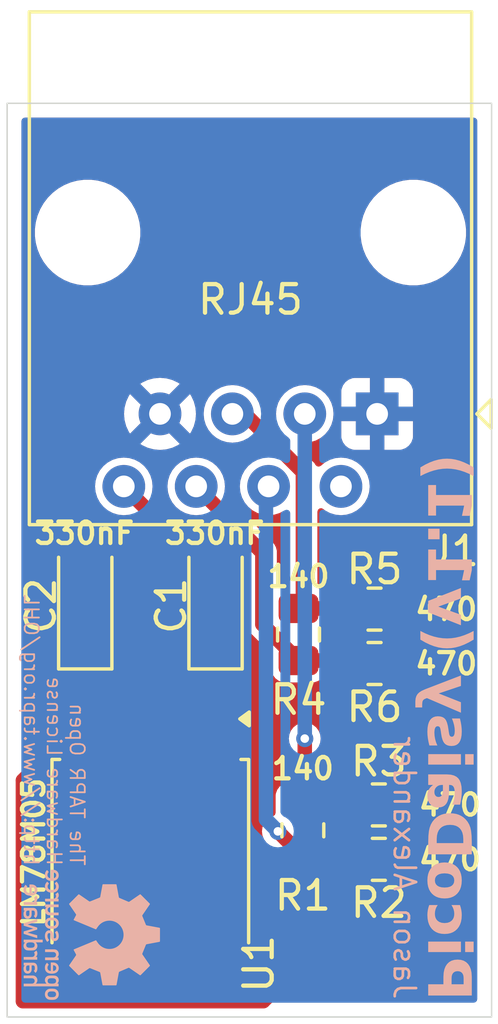
<source format=kicad_pcb>
(kicad_pcb (version 20240108) (generator "pcbnew") (generator_version "8.0")
  (title_block (title "PicoChain Terminator Reference Device Implementation") (date "2024-08-22") (rev "v1.1") (comment 1 "http://www.tapr.org/OHL") (comment 2 "Licence: The TAPR Open Hardware License") (comment 3 "Author: Jason Alexander"))
  (layers (0 "F.Cu" signal) (31 "B.Cu" signal) (34 "B.Paste" user) (35 "F.Paste" user) (36 "B.SilkS" user "B.Silkscreen") (37 "F.SilkS" user "F.Silkscreen") (38 "B.Mask" user) (39 "F.Mask" user) (44 "Edge.Cuts" user))
  (net 0 "")
  (net 1 "Net-(J1-Pad3)")
  (net 2 "GND")
  (net 3 "+5V")
  (net 4 "Net-(J1-Pad5)")
  (net 5 "+12V")
  (net 6 "Net-(J1-Pad6)")
  (net 8 "Net-(J1-Pad4)")
  (footprint "Resistor_SMD:R_0805_2012Metric" (layer "F.Cu") (at 102.893 87.62)
    (property "Reference" "R6")
    (property "Value" "470")
  )
  (footprint "Capacitor_Tantalum_SMD:CP_EIA-3216-18_Kemet-A" (layer "F.Cu") (at 97.3135 85.5 90)
    (property "Reference" "C1")
    (property "Value" "330nF")
  )
  (footprint "Capacitor_Tantalum_SMD:CP_EIA-3216-18_Kemet-A" (layer "F.Cu") (at 92.7415 85.5 90)
    (property "Reference" "C2")
    (property "Value" "330nF")
  )
  (footprint "Resistor_SMD:R_0805_2012Metric" (layer "F.Cu") (at 100.226 86.604 -90)
    (property "Reference" "R4")
    (property "Value" "140")
  )
  (footprint "Package_TO_SOT_SMD:TO-252-2" (layer "F.Cu") (at 95.025 94.29 -90)
    (property "Reference" "U1")
    (property "Value" "LM78M05")
  )
  (footprint "Resistor_SMD:R_0805_2012Metric" (layer "F.Cu") (at 103.0435 94.478)
    (property "Reference" "R2")
    (property "Value" "470")
  )
  (footprint "Resistor_SMD:R_0805_2012Metric" (layer "F.Cu") (at 103.0435 92.573)
    (property "Reference" "R3")
    (property "Value" "470")
  )
  (footprint "Resistor_SMD:R_0805_2012Metric" (layer "F.Cu") (at 100.3765 93.462 90)
    (property "Reference" "R1")
    (property "Value" "140")
  )
  (footprint "Connector_RJ:RJ45_Amphenol_54602-x08_Horizontal" (layer "F.Cu") (at 102.9845 78.877 180)
    (property "Reference" "J1")
    (property "Value" "RJ45")
  )
  (footprint "Resistor_SMD:R_0805_2012Metric" (layer "F.Cu") (at 102.893 85.715)
    (property "Reference" "R5")
    (property "Value" "470")
  )
  (gr_poly (pts (xy 91.061502 95.544624) (xy 91.060826 95.534927) (xy 91.059706 95.52534) (xy 91.058148 95.515878) (xy 91.056158 95.506554) (xy 91.053744 95.497384) (xy 91.050909 95.48838) (xy 91.047661 95.479557) (xy 91.044005 95.470929) (xy 91.039948 95.46251) (xy 91.035495 95.454314) (xy 91.030652 95.446355) (xy 91.025426 95.438648) (xy 91.019822 95.431205) (xy 91.013847 95.424042) (xy 91.007506 95.417172) (xy 91.000805 95.41061) (xy 90.993751 95.404369) (xy 90.986349 95.398464) (xy 90.978606 95.392908) (xy 90.970527 95.387716) (xy 90.962119 95.382902) (xy 90.953387 95.378479) (xy 90.944337 95.374463) (xy 90.934976 95.370866) (xy 90.925309 95.367703) (xy 90.915343 95.364988) (xy 90.905083 95.362736) (xy 90.894535 95.360959) (xy 90.883706 95.359673) (xy 90.872602 95.35889) (xy 90.861228 95.358627) (xy 90.782461 95.358627) (xy 90.782461 95.654669) (xy 90.775286 95.65453) (xy 90.768336 95.654117) (xy 90.761611 95.653434) (xy 90.755111 95.652489) (xy 90.748837 95.651285) (xy 90.742788 95.649829) (xy 90.736966 95.648126) (xy 90.731369 95.646181) (xy 90.725999 95.644001) (xy 90.720855 95.64159) (xy 90.715938 95.638954) (xy 90.711248 95.636098) (xy 90.706784 95.633028) (xy 90.702548 95.629749) (xy 90.698539 95.626267) (xy 90.694758 95.622588) (xy 90.691205 95.618716) (xy 90.687879 95.614658) (xy 90.684782 95.610418) (xy 90.681913 95.606002) (xy 90.679272 95.601416) (xy 90.67686 95.596666) (xy 90.674677 95.591756) (xy 90.672722 95.586691) (xy 90.670997 95.581479) (xy 90.669502 95.576123) (xy 90.668236 95.57063) (xy 90.6672 95.565006) (xy 90.666393 95.559254) (xy 90.665817 95.553381) (xy 90.665472 95.547393) (xy 90.665356 95.541295) (xy 90.665552 95.534423) (xy 90.666136 95.527505) (xy 90.667101 95.520561) (xy 90.66844 95.51361) (xy 90.670147 95.506676) (xy 90.672215 95.499777) (xy 90.674638 95.492934) (xy 90.677408 95.486169) (xy 90.680519 95.479502) (xy 90.683965 95.472953) (xy 90.687738 95.466544) (xy 90.691833 95.460295) (xy 90.696242 95.454227) (xy 90.700958 95.44836) (xy 90.705976 95.442716) (xy 90.711288 95.437314) (xy 90.652233 95.367967) (xy 90.642414 95.376914) (xy 90.633328 95.386174) (xy 90.624962 95.395729) (xy 90.6173 95.405564) (xy 90.610331 95.415662) (xy 90.60404 95.426007) (xy 90.598412 95.436582) (xy 90.593436 95.447371) (xy 90.589096 95.458358) (xy 90.585379 95.469525) (xy 90.582272 95.480858) (xy 90.579761 95.492338) (xy 90.577831 95.503951) (xy 90.57647 95.515679) (xy 90.575663 95.527506) (xy 90.575398 95.539416) (xy 90.575972 95.557847) (xy 90.577793 95.576461) (xy 90.581009 95.595069) (xy 90.585769 95.613482) (xy 90.59222 95.63151) (xy 90.596126 95.640321) (xy 90.600511 95.648964) (xy 90.605393 95.657416) (xy 90.61079 95.665654) (xy 90.616721 95.673654) (xy 90.623205 95.681392) (xy 90.630259 95.688844) (xy 90.637904 95.695987) (xy 90.646156 95.702797) (xy 90.655035 95.70925) (xy 90.664559 95.715323) (xy 90.674747 95.720993) (xy 90.685617 95.726234) (xy 90.697188 95.731025) (xy 90.709478 95.73534) (xy 90.722505 95.739157) (xy 90.736289 95.742452) (xy 90.750848 95.745201) (xy 90.7662 95.74738) (xy 90.782364 95.748965) (xy 90.799358 95.749934) (xy 90.817201 95.750263) (xy 90.834141 95.749961) (xy 90.850364 95.749072) (xy 90.861201 95.748055) (xy 90.861201 95.654669) (xy 90.861201 95.454168) (xy 90.867867 95.45454) (xy 90.874334 95.455134) (xy 90.880601 95.455944) (xy 90.886669 95.456967) (xy 90.892535 95.458198) (xy 90.8982 95.459633) (xy 90.903662 95.461267) (xy 90.908921 95.463097) (xy 90.913975 95.465118) (xy 90.918824 95.467326) (xy 90.923466 95.469716) (xy 90.927902 95.472284) (xy 90.932129 95.475025) (xy 90.936148 95.477937) (xy 90.939957 95.481013) (xy 90.943556 95.484251) (xy 90.946943 95.487645) (xy 90.950118 95.491191) (xy 90.95308 95.494885) (xy 90.955828 95.498723) (xy 90.958361 95.5027) (xy 90.960679 95.506813) (xy 90.962779 95.511056) (xy 90.964663 95.515425) (xy 90.966328 95.519917) (xy 90.967774 95.524527) (xy 90.968999 95.52925) (xy 90.970004 95.534082) (xy 90.970787 95.539019) (xy 90.971348 95.544057) (xy 90.971684 95.549192) (xy 90.971797 95.554418) (xy 90.971684 95.559647) (xy 90.971348 95.564789) (xy 90.970787 95.569839) (xy 90.970004 95.574792) (xy 90.968999 95.579644) (xy 90.967774 95.584389) (xy 90.966328 95.589023) (xy 90.964663 95.593541) (xy 90.962779 95.597939) (xy 90.960679 95.60221) (xy 90.958361 95.606352) (xy 90.955828 95.610358) (xy 90.95308 95.614224) (xy 90.950118 95.617945) (xy 90.946943 95.621516) (xy 90.943556 95.624933) (xy 90.939957 95.628191) (xy 90.936148 95.631284) (xy 90.932129 95.634209) (xy 90.927902 95.63696) (xy 90.923466 95.639532) (xy 90.918824 95.641921) (xy 90.913975 95.644122) (xy 90.908921 95.64613) (xy 90.903662 95.64794) (xy 90.8982 95.649547) (xy 90.892536 95.650948) (xy 90.886669 95.652135) (xy 90.880601 95.653106) (xy 90.874334 95.653855) (xy 90.867867 95.654378) (xy 90.861201 95.654669) (xy 90.861201 95.748055) (xy 90.865879 95.747616) (xy 90.8807 95.745614) (xy 90.894839 95.743088) (xy 90.908306 95.740059) (xy 90.921114 95.736548) (xy 90.933275 95.732576) (xy 90.9448 95.728166) (xy 90.955702 95.723337) (xy 90.965992 95.718112) (xy 90.975682 95.712511) (xy 90.984784 95.706556) (xy 90.99331 95.700268) (xy 91.001271 95.693669) (xy 91.00868 95.686779) (xy 91.015548 95.67962) (xy 91.021887 95.672214) (xy 91.027709 95.664581) (xy 91.033025 95.656742) (xy 91.037849 95.64872) (xy 91.042191 95.640535) (xy 91.046063 95.632209) (xy 91.049477 95.623762) (xy 91.052445 95.615217) (xy 91.054979 95.606594) (xy 91.057091 95.597915) (xy 91.058792 95.589201) (xy 91.06101 95.571752) (xy 91.061729 95.554418)) (stroke (width -0.000001)) (fill solid) (layer "B.SilkS"))
  (gr_poly (pts (xy 90.723433 97.047938) (xy 90.723433 97.04606) (xy 91.056067 96.938321) (xy 91.056067 96.868974) (xy 90.723433 96.761236) (xy 90.723433 96.759304) (xy 91.056067 96.668473) (xy 91.056067 96.567243) (xy 90.581007 96.719008) (xy 90.581007 96.803384) (xy 90.913668 96.902709) (xy 90.913668 96.904587) (xy 90.581007 97.003911) (xy 90.581007 97.088234) (xy 91.056067 97.240026) (xy 91.056067 97.138849)) (stroke (width -0.000001)) (fill solid) (layer "B.SilkS"))
  (gr_poly (pts (xy 91.81195 95.725801) (xy 91.811466 95.718821) (xy 91.810669 95.711984) (xy 91.809567 95.705287) (xy 91.808169 95.698723) (xy 91.806482 95.692285) (xy 91.804516 95.685969) (xy 91.802278 95.679768) (xy 91.799776 95.673676) (xy 91.797019 95.667688) (xy 91.794015 95.661798) (xy 91.790771 95.656) (xy 91.787298 95.650287) (xy 91.783601 95.644655) (xy 91.779691 95.639097) (xy 91.775574 95.633608) (xy 91.693104 95.702955) (xy 91.696144 95.707099) (xy 91.698949 95.71111) (xy 91.701523 95.71501) (xy 91.703872 95.718823) (xy 91.706003 95.722569) (xy 91.707919 95.726272) (xy 91.709627 95.729953) (xy 91.711132 95.733634) (xy 91.712439 95.737337) (xy 91.713554 95.741085) (xy 91.714483 95.744899) (xy 91.715231 95.748802) (xy 91.715803 95.752815) (xy 91.716204 95.756962) (xy 91.716442 95.761263) (xy 91.716519 95.765741) (xy 91.716166 95.774509) (xy 91.715096 95.783188) (xy 91.713296 95.791712) (xy 91.710752 95.800014) (xy 91.709197 95.804063) (xy 91.70745 95.808031) (xy 91.705511 95.811911) (xy 91.703377 95.815695) (xy 91.701047 95.819375) (xy 91.698519 95.822941) (xy 91.695791 95.826387) (xy 91.692862 95.829704) (xy 91.68973 95.832883) (xy 91.686393 95.835917) (xy 91.682849 95.838797) (xy 91.679096 95.841515) (xy 91.675134 95.844063) (xy 91.67096 95.846432) (xy 91.666573 95.848615) (xy 91.66197 95.850603) (xy 91.65715 95.852387) (xy 91.652112 95.853961) (xy 91.646853 95.855315) (xy 91.641373 95.856441) (xy 91.635668 95.857331) (xy 91.629738 95.857977) (xy 91.623581 95.858371) (xy 91.617195 95.858504) (xy 91.331418 95.858504) (xy 91.331418 95.954098) (xy 91.806478 95.954098) (xy 91.806478 95.858504) (xy 91.755889 95.858504) (xy 91.755889 95.856651) (xy 91.762695 95.850878) (xy 91.769062 95.844804) (xy 91.77499 95.838437) (xy 91.78048 95.831788) (xy 91.785531 95.824863) (xy 91.790143 95.817671) (xy 91.794316 95.810221) (xy 91.798051 95.802521) (xy 91.801346 95.79458) (xy 91.804202 95.786405) (xy 91.806619 95.778006) (xy 91.808597 95.76939) (xy 91.810135 95.760566) (xy 91.811234 95.751543) (xy 91.811894 95.742329) (xy 91.812113 95.732932)) (stroke (width -0.000001)) (fill solid) (layer "B.SilkS"))
  (gr_poly (pts (xy 91.812021 96.708952) (xy 91.811748 96.70227) (xy 91.811301 96.69576) (xy 91.810687 96.689419) (xy 91.809911 96.683245) (xy 91.80898 96.677236) (xy 91.8079 96.67139) (xy 91.806678 96.665703) (xy 91.80532 96.660175) (xy 91.803832 96.654802) (xy 91.802221 96.649583) (xy 91.800494 96.644516) (xy 91.798655 96.639597) (xy 91.796713 96.634825) (xy 91.794673 96.630198) (xy 91.792541 96.625713) (xy 91.788028 96.617161) (xy 91.783226 96.609151) (xy 91.778186 96.601666) (xy 91.772957 96.594687) (xy 91.767591 96.588196) (xy 91.762139 96.582176) (xy 91.756652 96.576609) (xy 91.75118 96.571476) (xy 91.74362 96.564877) (xy 91.735989 96.558772) (xy 91.728194 96.553154) (xy 91.72014 96.548013) (xy 91.711736 96.543338) (xy 91.702886 96.53912) (xy 91.693499 96.53535) (xy 91.68348 96.532017) (xy 91.672736 96.529113) (xy 91.661174 96.526627) (xy 91.6487 96.524551) (xy 91.635221 96.522873) (xy 91.620643 96.521585) (xy 91.604873 96.520677) (xy 91.587818 96.520139) (xy 91.569385 96.519962) (xy 91.550797 96.520139) (xy 91.533605 96.520677) (xy 91.517717 96.521585) (xy 91.503036 96.522873) (xy 91.489468 96.524551) (xy 91.476919 96.526627) (xy 91.465294 96.529113) (xy 91.454499 96.532017) (xy 91.444439 96.53535) (xy 91.43502 96.53912) (xy 91.426146 96.543338) (xy 91.417725 96.548013) (xy 91.40966 96.553154) (xy 91.401858 96.558772) (xy 91.394224 96.564877) (xy 91.386663 96.571476) (xy 91.381192 96.576609) (xy 91.375707 96.582176) (xy 91.370257 96.588196) (xy 91.364895 96.594687) (xy 91.35967 96.601666) (xy 91.354634 96.609151) (xy 91.349837 96.617161) (xy 91.345329 96.625713) (xy 91.341162 96.634825) (xy 91.337386 96.644516) (xy 91.334052 96.654803) (xy 91.33121 96.665703) (xy 91.328912 96.677236) (xy 91.327207 96.689419) (xy 91.326147 96.70227) (xy 91.325783 96.715807) (xy 91.325875 96.722657) (xy 91.326147 96.729334) (xy 91.326594 96.73584) (xy 91.327207 96.742177) (xy 91.327982 96.748347) (xy 91.328912 96.754353) (xy 91.32999 96.760196) (xy 91.33121 96.76588) (xy 91.332566 96.771405) (xy 91.334052 96.776775) (xy 91.33566 96.781992) (xy 91.337386 96.787058) (xy 91.339222 96.791975) (xy 91.341162 96.796745) (xy 91.3432 96.801371) (xy 91.345329 96.805855) (xy 91.349836 96.814404) (xy 91.354634 96.822413) (xy 91.35967 96.829897) (xy 91.364895 96.836875) (xy 91.370257 96.843365) (xy 91.375706 96.849384) (xy 91.381192 96.854952) (xy 91.386663 96.860084) (xy 91.394224 96.866685) (xy 91.401857 96.872791) (xy 91.409658 96.878411) (xy 91.417721 96.883556) (xy 91.426141 96.888235) (xy 91.435013 96.892457) (xy 91.444431 96.896232) (xy 91.454489 96.89957) (xy 91.465283 96.902479) (xy 91.476907 96.904969) (xy 91.489456 96.907051) (xy 91.503025 96.908732) (xy 91.517707 96.910024) (xy 91.533598 96.910934) (xy 91.550792 96.911474) (xy 91.569385 96.911651) (xy 91.569385 96.816058) (xy 91.556961 96.81599) (xy 91.545641 96.815781) (xy 91.53534 96.81542) (xy 91.525975 96.814898) (xy 91.51746 96.814206) (xy 91.509714 96.813334) (xy 91.502651 96.812272) (xy 91.496188 96.811011) (xy 91.49024 96.80954) (xy 91.484725 96.807851) (xy 91.479558 96.805934) (xy 91.474656 96.803779) (xy 91.469933 96.801377) (xy 91.465308 96.798717) (xy 91.460695 96.795791) (xy 91.456011 96.792589) (xy 91.452373 96.78978) (xy 91.448861 96.786615) (xy 91.44549 96.783113) (xy 91.442275 96.779293) (xy 91.439231 96.775176) (xy 91.436373 96.770781) (xy 91.433716 96.766126) (xy 91.431275 96.761233) (xy 91.429065 96.756119) (xy 91.427101 96.750805) (xy 91.425398 96.745311) (xy 91.423971 96.739655) (xy 91.422835 96.733857) (xy 91.422006 96.727937) (xy 91.421497 96.721913) (xy 91.421324 96.715807) (xy 91.421497 96.709692) (xy 91.422007 96.703662) (xy 91.422838 96.697737) (xy 91.423975 96.691936) (xy 91.425404 96.686278) (xy 91.427108 96.680783) (xy 91.429074 96.675468) (xy 91.431285 96.670355) (xy 91.433727 96.665461) (xy 91.436385 96.660806) (xy 91.439243 96.65641) (xy 91.442286 96.652291) (xy 91.4455 96.648468) (xy 91.448868 96.644962) (xy 91.452377 96.64179) (xy 91.454179 96.640335) (xy 91.456011 96.638972) (xy 91.460694 96.63577) (xy 91.465306 96.632846) (xy 91.469927 96.630189) (xy 91.474641 96.62779) (xy 91.47953 96.625639) (xy 91.484676 96.623726) (xy 91.490163 96.622042) (xy 91.496072 96.620577) (xy 91.502486 96.61932) (xy 91.509488 96.618263) (xy 91.517159 96.617395) (xy 91.525584 96.616707) (xy 91.534844 96.616189) (xy 91.545021 96.615831) (xy 91.568458 96.615556) (xy 91.580882 96.615623) (xy 91.592204 96.615831) (xy 91.602507 96.616189) (xy 91.611876 96.616707) (xy 91.620393 96.617395) (xy 91.628143 96.618263) (xy 91.635209 96.61932) (xy 91.641675 96.620577) (xy 91.647625 96.622042) (xy 91.653141 96.623726) (xy 91.658308 96.625639) (xy 91.66321 96.62779) (xy 91.66793 96.630189) (xy 91.672551 96.632846) (xy 91.677157 96.63577) (xy 91.681833 96.638972) (xy 91.685471 96.64179) (xy 91.688983 96.644962) (xy 91.692353 96.648468) (xy 91.695568 96.652291) (xy 91.698612 96.65641) (xy 91.70147 96.660806) (xy 91.704127 96.665461) (xy 91.706568 96.670355) (xy 91.708778 96.675468) (xy 91.710742 96.680783) (xy 91.712445 96.686278) (xy 91.713872 96.691936) (xy 91.715008 96.697737) (xy 91.715838 96.703662) (xy 91.716347 96.709692) (xy 91.71652 96.715807) (xy 91.716346 96.721913) (xy 91.715837 96.727937) (xy 91.715005 96.733857) (xy 91.713868 96.739655) (xy 91.712439 96.745311) (xy 91.710735 96.750805) (xy 91.708769 96.756119) (xy 91.706558 96.761233) (xy 91.704116 96.766126) (xy 91.701458 96.770781) (xy 91.6986 96.775176) (xy 91.695557 96.779293) (xy 91.692344 96.783113) (xy 91.688975 96.786615) (xy 91.685466 96.78978) (xy 91.683664 96.79123) (xy 91.681833 96.792589) (xy 91.677158 96.795791) (xy 91.672553 96.798717) (xy 91.667936 96.801377) (xy 91.663225 96.803779) (xy 91.658337 96.805934) (xy 91.65319 96.807851) (xy 91.647702 96.80954) (xy 91.641791 96.811011) (xy 91.635374 96.812272) (xy 91.628369 96.813334) (xy 91.620694 96.814206) (xy 91.612266 96.814898) (xy 91.603004 96.81542) (xy 91.592824 96.815781) (xy 91.569385 96.816058) (xy 91.569385 96.911651) (xy 91.587818 96.911474) (xy 91.604872 96.910934) (xy 91.620641 96.910024) (xy 91.635217 96.908732) (xy 91.648694 96.907051) (xy 91.661167 96.904969) (xy 91.672727 96.902479) (xy 91.68347 96.89957) (xy 91.693488 96.896232) (xy 91.702875 96.892457) (xy 91.711724 96.888235) (xy 91.720129 96.883556) (xy 91.728184 96.878411) (xy 91.735982 96.872791) (xy 91.743616 96.866685) (xy 91.75118 96.860084) (xy 91.756652 96.854952) (xy 91.762139 96.849384) (xy 91.767591 96.843365) (xy 91.772957 96.836875) (xy 91.778185 96.829897) (xy 91.783226 96.822412) (xy 91.788028 96.814404) (xy 91.792541 96.805854) (xy 91.796713 96.796745) (xy 91.800494 96.787058) (xy 91.803832 96.776775) (xy 91.806678 96.76588) (xy 91.80898 96.754353) (xy 91.810687 96.742177) (xy 91.811748 96.729334) (xy 91.812113 96.715807)) (stroke (width -0.000001)) (fill solid) (layer "B.SilkS"))
  (gr_poly (pts (xy 91.523506 96.342823) (xy 91.517526 96.342706) (xy 91.511707 96.342358) (xy 91.50605 96.341783) (xy 91.500558 96.340986) (xy 91.495233 96.339972) (xy 91.490076 96.338747) (xy 91.48509 96.337314) (xy 91.480275 96.335679) (xy 91.475635 96.333846) (xy 91.471171 96.33182) (xy 91.466885 96.329606) (xy 91.462778 96.327209) (xy 91.458854 96.324634) (xy 91.455113 96.321885) (xy 91.451557 96.318967) (xy 91.448189 96.315886) (xy 91.445011 96.312645) (xy 91.442023 96.30925) (xy 91.439229 96.305705) (xy 91.43663 96.302016) (xy 91.434228 96.298187) (xy 91.432025 96.294222) (xy 91.430022 96.290128) (xy 91.428223 96.285908) (xy 91.426628 96.281567) (xy 91.425239 96.277111) (xy 91.424059 96.272543) (xy 91.423089 96.267869) (xy 91.422331 96.263094) (xy 91.421788 96.258223) (xy 91.42146 96.253259) (xy 91.421351 96.248209) (xy 91.42146 96.243237) (xy 91.421788 96.238348) (xy 91.422331 96.233546) (xy 91.423089 96.228836) (xy 91.424059 96.224223) (xy 91.425239 96.219711) (xy 91.426628 96.215307) (xy 91.428223 96.211014) (xy 91.430022 96.206838) (xy 91.432025 96.202784) (xy 91.434228 96.198857) (xy 91.43663 96.195061) (xy 91.439229 96.191402) (xy 91.442023 96.187885) (xy 91.445011 96.184514) (xy 91.448189 96.181295) (xy 91.451557 96.178233) (xy 91.455113 96.175332) (xy 91.458854 96.172598) (xy 91.462778 96.170035) (xy 91.466885 96.167649) (xy 91.471171 96.165444) (xy 91.475635 96.163425) (xy 91.480275 96.161598) (xy 91.48509 96.159967) (xy 91.490076 96.158538) (xy 91.495233 96.157315) (xy 91.500558 96.156303) (xy 91.50605 96.155507) (xy 91.511707 96.154932) (xy 91.517526 96.154584) (xy 91.523506 96.154467) (xy 91.806478 96.154467) (xy 91.806478 96.058926) (xy 91.331366 96.058926) (xy 91.331366 96.154467) (xy 91.382007 96.154467) (xy 91.382007 96.156319) (xy 91.375202 96.162092) (xy 91.368835 96.168165) (xy 91.362906 96.174526) (xy 91.357417 96.181167) (xy 91.352366 96.188078) (xy 91.347753 96.195248) (xy 91.34358 96.202667) (xy 91.339846 96.210327) (xy 91.336551 96.218216) (xy 91.333694 96.226326) (xy 91.331277 96.234647) (xy 91.3293 96.243167) (xy 91.327761 96.251879) (xy 91.326663 96.260771) (xy 91.326003 96.269834) (xy 91.325783 96.279059) (xy 91.325951 96.286111) (xy 91.326451 96.2932) (xy 91.328449 96.307425) (xy 91.331768 96.321595) (xy 91.333919 96.328616) (xy 91.336396 96.335573) (xy 91.339199 96.342447) (xy 91.342326 96.349222) (xy 91.345776 96.35588) (xy 91.349547 96.362404) (xy 91.353639 96.368778) (xy 91.35805 96.374983) (xy 91.362779 96.381003) (xy 91.367825 96.38682) (xy 91.373187 96.392418) (xy 91.378863 96.39778) (xy 91.384852 96.402887) (xy 91.391154 96.407723) (xy 91.397766 96.412271) (xy 91.404688 96.416514) (xy 91.411918 96.420434) (xy 91.419455 96.424014) (xy 91.427299 96.427237) (xy 91.435447 96.430086) (xy 91.443899 96.432544) (xy 91.452654 96.434594) (xy 91.461709 96.436218) (xy 91.471065 96.437399) (xy 91.480719 96.43812) (xy 91.490671 96.438365) (xy 91.490671 96.438364) (xy 91.806478 96.438364) (xy 91.806478 96.342823)) (stroke (width -0.000001)) (fill solid) (layer "B.SilkS"))
  (gr_poly (pts (xy 91.812021 99.197389) (xy 91.811748 99.190712) (xy 91.811301 99.184206) (xy 91.810687 99.177868) (xy 91.809911 99.171697) (xy 91.80898 99.165691) (xy 91.8079 99.159847) (xy 91.806678 99.154162) (xy 91.80532 99.148636) (xy 91.803832 99.143265) (xy 91.802221 99.138047) (xy 91.800494 99.13298) (xy 91.798655 99.128062) (xy 91.796713 99.123291) (xy 91.794673 99.118664) (xy 91.792541 99.114179) (xy 91.788028 99.105626) (xy 91.783226 99.097616) (xy 91.778186 99.090129) (xy 91.772957 99.083149) (xy 91.767591 99.076658) (xy 91.762139 99.070637) (xy 91.756652 99.065069) (xy 91.75118 99.059936) (xy 91.74362 99.053335) (xy 91.735989 99.04723) (xy 91.728194 99.041611) (xy 91.72014 99.036468) (xy 91.711736 99.031791) (xy 91.702886 99.027571) (xy 91.693499 99.023798) (xy 91.68348 99.020463) (xy 91.672736 99.017556) (xy 91.661174 99.015068) (xy 91.6487 99.012989) (xy 91.635221 99.01131) (xy 91.620643 99.01002) (xy 91.604873 99.009111) (xy 91.587818 99.008572) (xy 91.569385 99.008395) (xy 91.550797 99.008572) (xy 91.533605 99.009111) (xy 91.517717 99.01002) (xy 91.503036 99.01131) (xy 91.489468 99.012989) (xy 91.476919 99.015068) (xy 91.465294 99.017556) (xy 91.454499 99.020463) (xy 91.444439 99.023798) (xy 91.43502 99.027571) (xy 91.426146 99.031791) (xy 91.417725 99.036468) (xy 91.40966 99.041611) (xy 91.401858 99.04723) (xy 91.394224 99.053335) (xy 91.386663 99.059936) (xy 91.381192 99.065069) (xy 91.375707 99.070637) (xy 91.370257 99.076658) (xy 91.364895 99.083149) (xy 91.35967 99.090129) (xy 91.354634 99.097616) (xy 91.349837 99.105626) (xy 91.345329 99.114179) (xy 91.341162 99.123291) (xy 91.337386 99.13298) (xy 91.334052 99.143265) (xy 91.33121 99.154162) (xy 91.328912 99.165691) (xy 91.327207 99.177868) (xy 91.326147 99.190712) (xy 91.325783 99.204239) (xy 91.325875 99.211092) (xy 91.326147 99.217772) (xy 91.326594 99.22428) (xy 91.327207 99.230619) (xy 91.327982 99.236792) (xy 91.328912 99.2428) (xy 91.32999 99.248646) (xy 91.33121 99.254332) (xy 91.332566 99.25986) (xy 91.334052 99.265232) (xy 91.33566 99.270451) (xy 91.337386 99.275519) (xy 91.339222 99.280438) (xy 91.341162 99.28521) (xy 91.3432 99.289838) (xy 91.345329 99.294323) (xy 91.349836 99.302877) (xy 91.354634 99.310888) (xy 91.35967 99.318375) (xy 91.364895 99.325356) (xy 91.370257 99.331848) (xy 91.375706 99.337869) (xy 91.381192 99.343437) (xy 91.386663 99.34857) (xy 91.394224 99.35517) (xy 91.401857 99.361274) (xy 91.409658 99.366892) (xy 91.417721 99.372034) (xy 91.426141 99.376709) (xy 91.435013 99.380926) (xy 91.444431 99.384697) (xy 91.454489 99.388029) (xy 91.465283 99.390933) (xy 91.476907 99.393419) (xy 91.489456 99.395496) (xy 91.503025 99.397173) (xy 91.517707 99.398461) (xy 91.533598 99.399369) (xy 91.550792 99.399907) (xy 91.569385 99.400084) (xy 91.569385 99.304517) (xy 91.556961 99.304449) (xy 91.545641 99.30424) (xy 91.53534 99.303879) (xy 91.525975 99.303358) (xy 91.51746 99.302666) (xy 91.509714 99.301794) (xy 91.502651 99.300733) (xy 91.496188 99.299473) (xy 91.49024 99.298004) (xy 91.484725 99.296317) (xy 91.479558 99.294402) (xy 91.474656 99.292249) (xy 91.469933 99.28985) (xy 91.465308 99.287194) (xy 91.460695 99.284272) (xy 91.456011 99.281074) (xy 91.452373 99.278257) (xy 91.448861 99.275085) (xy 91.44549 99.271578) (xy 91.442275 99.267756) (xy 91.439231 99.263636) (xy 91.436373 99.25924) (xy 91.433716 99.254585) (xy 91.431275 99.249692) (xy 91.429065 99.244578) (xy 91.427101 99.239264) (xy 91.425398 99.233768) (xy 91.423971 99.22811) (xy 91.422835 99.222309) (xy 91.422006 99.216384) (xy 91.421497 99.210355) (xy 91.421324 99.204239) (xy 91.421497 99.198129) (xy 91.422007 99.192103) (xy 91.422838 99.186182) (xy 91.423975 99.180384) (xy 91.425404 99.174728) (xy 91.427108 99.169234) (xy 91.429074 99.16392) (xy 91.431285 99.158807) (xy 91.433727 99.153913) (xy 91.436385 99.149258) (xy 91.439243 99.144859) (xy 91.442286 99.140738) (xy 91.4455 99.136913) (xy 91.448868 99.133403) (xy 91.452377 99.130227) (xy 91.454179 99.12877) (xy 91.456011 99.127404) (xy 91.460694 99.124207) (xy 91.465306 99.121286) (xy 91.469927 99.118631) (xy 91.474641 99.116234) (xy 91.47953 99.114083) (xy 91.484676 99.11217) (xy 91.490163 99.110486) (xy 91.496072 99.109019) (xy 91.502486 99.107761) (xy 91.509488 99.106703) (xy 91.517159 99.105833) (xy 91.525584 99.105143) (xy 91.534844 99.104624) (xy 91.545021 99.104265) (xy 91.568458 99.103989) (xy 91.580882 99.104056) (xy 91.592204 99.104265) (xy 91.602507 99.104624) (xy 91.611876 99.105143) (xy 91.620393 99.105833) (xy 91.628143 99.106703) (xy 91.635209 99.107761) (xy 91.641675 99.109019) (xy 91.647625 99.110486) (xy 91.653141 99.11217) (xy 91.658308 99.114083) (xy 91.66321 99.116234) (xy 91.66793 99.118631) (xy 91.672551 99.121286) (xy 91.677157 99.124207) (xy 91.681833 99.127404) (xy 91.685471 99.130227) (xy 91.688983 99.133403) (xy 91.692353 99.136913) (xy 91.695568 99.140738) (xy 91.698612 99.144859) (xy 91.70147 99.149258) (xy 91.704127 99.153913) (xy 91.706568 99.158807) (xy 91.708778 99.16392) (xy 91.710742 99.169234) (xy 91.712445 99.174728) (xy 91.713872 99.180384) (xy 91.715008 99.186182) (xy 91.715838 99.192103) (xy 91.716347 99.198129) (xy 91.71652 99.204239) (xy 91.716346 99.210355) (xy 91.715837 99.216384) (xy 91.715005 99.222309) (xy 91.713868 99.22811) (xy 91.712439 99.233768) (xy 91.710735 99.239264) (xy 91.708769 99.244578) (xy 91.706558 99.249692) (xy 91.704116 99.254585) (xy 91.701458 99.25924) (xy 91.6986 99.263636) (xy 91.695557 99.267756) (xy 91.692344 99.271578) (xy 91.688975 99.275085) (xy 91.685466 99.278257) (xy 91.683664 99.279711) (xy 91.681833 99.281074) (xy 91.677158 99.284272) (xy 91.672553 99.287194) (xy 91.667936 99.28985) (xy 91.663225 99.292249) (xy 91.658337 99.294402) (xy 91.65319 99.296317) (xy 91.647702 99.298004) (xy 91.641791 99.299473) (xy 91.635374 99.300733) (xy 91.628369 99.301794) (xy 91.620694 99.302666) (xy 91.612266 99.303358) (xy 91.603004 99.303879) (xy 91.592824 99.30424) (xy 91.569385 99.304517) (xy 91.569385 99.400084) (xy 91.587818 99.399907) (xy 91.604872 99.399369) (xy 91.620641 99.398461) (xy 91.635217 99.397173) (xy 91.648694 99.395496) (xy 91.661167 99.393419) (xy 91.672727 99.390933) (xy 91.68347 99.388029) (xy 91.693488 99.384697) (xy 91.702875 99.380926) (xy 91.711724 99.376709) (xy 91.720129 99.372034) (xy 91.728184 99.366892) (xy 91.735982 99.361274) (xy 91.743616 99.35517) (xy 91.75118 99.34857) (xy 91.756652 99.343437) (xy 91.762139 99.337869) (xy 91.767591 99.331848) (xy 91.772957 99.325356) (xy 91.778185 99.318375) (xy 91.783226 99.310888) (xy 91.788028 99.302877) (xy 91.792541 99.294323) (xy 91.796713 99.28521) (xy 91.800494 99.275519) (xy 91.803832 99.265232) (xy 91.806678 99.254332) (xy 91.80898 99.2428) (xy 91.810687 99.230619) (xy 91.811748 99.217772) (xy 91.812113 99.204239)) (stroke (width -0.000001)) (fill solid) (layer "B.SilkS"))
  (gr_poly (pts (xy 91.811784 98.697786) (xy 91.81089 98.687454) (xy 91.80943 98.677491) (xy 91.80743 98.667896) (xy 91.804913 98.658668) (xy 91.801904 98.649807) (xy 91.798429 98.64131) (xy 91.794512 98.633176) (xy 91.790178 98.625405) (xy 91.78545 98.617994) (xy 91.780355 98.610943) (xy 91.774917 98.604251) (xy 91.769161 98.597915) (xy 91.76311 98.591936) (xy 91.756791 98.586311) (xy 91.750228 98.58104) (xy 91.743914 98.57634) (xy 91.737536 98.572064) (xy 91.730963 98.568193) (xy 91.724066 98.564711) (xy 91.720454 98.563112) (xy 91.716712 98.561603) (xy 91.712824 98.560184) (xy 91.708773 98.558852) (xy 91.704543 98.557605) (xy 91.700117 98.556441) (xy 91.690614 98.554353) (xy 91.680133 98.552573) (xy 91.668544 98.551084) (xy 91.655717 98.549869) (xy 91.64152 98.548912) (xy 91.625824 98.548196) (xy 91.608497 98.547705) (xy 91.58941 98.547423) (xy 91.568432 98.547332) (xy 91.528688 98.547705) (xy 91.495903 98.548912) (xy 91.481798 98.549869) (xy 91.469047 98.551084) (xy 91.457519 98.552573) (xy 91.447088 98.554353) (xy 91.437623 98.556441) (xy 91.428996 98.558852) (xy 91.421078 98.561603) (xy 91.41374 98.564712) (xy 91.406854 98.568193) (xy 91.400291 98.572064) (xy 91.393921 98.57634) (xy 91.387616 98.58104) (xy 91.381053 98.586311) (xy 91.374733 98.591936) (xy 91.368683 98.597915) (xy 91.362926 98.604251) (xy 91.357488 98.610943) (xy 91.352393 98.617994) (xy 91.347666 98.625405) (xy 91.343332 98.633176) (xy 91.339414 98.64131) (xy 91.33762 98.645513) (xy 91.335939 98.649807) (xy 91.334375 98.654192) (xy 91.332931 98.658669) (xy 91.33161 98.663236) (xy 91.330414 98.667896) (xy 91.329348 98.672647) (xy 91.328414 98.677491) (xy 91.327615 98.682426) (xy 91.326954 98.687454) (xy 91.326435 98.692574) (xy 91.32606 98.697786) (xy 91.325833 98.703092) (xy 91.325757 98.70849) (xy 91.326017 98.717509) (xy 91.326789 98.726297) (xy 91.328054 98.734865) (xy 91.329798 98.743225) (xy 91.332002 98.751386) (xy 91.334651 98.759361) (xy 91.337729 98.76716) (xy 91.341218 98.774794) (xy 91.345103 98.782275) (xy 91.349366 98.789612) (xy 91.353992 98.796818) (xy 91.358964 98.803903) (xy 91.364265 98.810879) (xy 91.369879 98.817755) (xy 91.37579 98.824544) (xy 91.381981 98.831256) (xy 91.005478 98.8316) (xy 91.012284 98.825497) (xy 91.018651 98.819135) (xy 91.024579 98.81252) (xy 91.030069 98.805659) (xy 91.03512 98.798556) (xy 91.039732 98.791217) (xy 91.043906 98.783647) (xy 91.04764 98.775853) (xy 91.050935 98.767839) (xy 91.053791 98.75961) (xy 91.056208 98.751174) (xy 91.058186 98.742534) (xy 91.059724 98.733697) (xy 91.060823 98.724668) (xy 91.061483 98.715452) (xy 91.061703 98.706056) (xy 91.061535 98.699088) (xy 91.061034 98.692077) (xy 91.060201 98.685041) (xy 91.059036 98.677997) (xy 91.057542 98.670961) (xy 91.055718 98.663952) (xy 91.053567 98.656986) (xy 91.051089 98.650081) (xy 91.048286 98.643255) (xy 91.04516 98.636524) (xy 91.04171 98.629906) (xy 91.037938 98.623419) (xy 91.033846 98.617079) (xy 91.029435 98.610904) (xy 91.024706 98.604911) (xy 91.01966 98.599118) (xy 91.014298 98.593541) (xy 91.008622 98.588199) (xy 91.002633 98.583108) (xy 90.996332 98.578287) (xy 90.98972 98.573751) (xy 90.982798 98.569519) (xy 90.975567 98.565608) (xy 90.96803 98.562035) (xy 90.960186 98.558817) (xy 90.952038 98.555972) (xy 90.943586 98.553518) (xy 90.934832 98.55147) (xy 90.925776 98.549848) (xy 90.916421 98.548668) (xy 90.906766 98.547947) (xy 90.896814 98.547702) (xy 90.581008 98.547702) (xy 90.581008 98.64327) (xy 90.863979 98.64327) (xy 90.869964 98.643387) (xy 90.875787 98.643736) (xy 90.881447 98.64431) (xy 90.886942 98.645106) (xy 90.89227 98.646118) (xy 90.897429 98.647341) (xy 90.902417 98.64877) (xy 90.907232 98.650401) (xy 90.911873 98.652228) (xy 90.916338 98.654246) (xy 90.920624 98.656451) (xy 90.92473 98.658837) (xy 90.928654 98.661399) (xy 90.932395 98.664133) (xy 90.935949 98.667034) (xy 90.939316 98.670095) (xy 90.942493 98.673314) (xy 90.945479 98.676684) (xy 90.948272 98.6802) (xy 90.950869 98.683858) (xy 90.953269 98.687652) (xy 90.955471 98.691579) (xy 90.957472 98.695632) (xy 90.95927 98.699806) (xy 90.960863 98.704097) (xy 90.962251 98.7085) (xy 90.963429 98.71301) (xy 90.964398 98.717621) (xy 90.965155 98.72233) (xy 90.965698 98.72713) (xy 90.966025 98.732017) (xy 90.966134 98.736985) (xy 90.966025 98.742038) (xy 90.965698 98.747004) (xy 90.965155 98.751877) (xy 90.964398 98.756654) (xy 90.963429 98.761329) (xy 90.962251 98.765897) (xy 90.960863 98.770355) (xy 90.95927 98.774696) (xy 90.957472 98.778916) (xy 90.955471 98.783011) (xy 90.953269 98.786975) (xy 90.950869 98.790804) (xy 90.948271 98.794493) (xy 90.945479 98.798038) (xy 90.942493 98.801432) (xy 90.939316 98.804672) (xy 90.935949 98.807753) (xy 90.932394 98.81067) (xy 90.928654 98.813418) (xy 90.92473 98.815993) (xy 90.920624 98.818389) (xy 90.916338 98.820602) (xy 90.911873 98.822627) (xy 90.907232 98.824459) (xy 90.902417 98.826094) (xy 90.897429 98.827526) (xy 90.89227 98.828751) (xy 90.886942 98.829764) (xy 90.881447 98.83056) (xy 90.875787 98.831135) (xy 90.869964 98.831483) (xy 90.863979 98.8316) (xy 90.581007 98.8316) (xy 90.581007 98.927194) (xy 91.568459 98.927194) (xy 91.568459 98.831256) (xy 91.542492 98.830881) (xy 91.529473 98.830237) (xy 91.516604 98.829133) (xy 91.504015 98.827453) (xy 91.491836 98.825079) (xy 91.480199 98.821896) (xy 91.474624 98.819964) (xy 91.469233 98.817786) (xy 91.464043 98.815347) (xy 91.459069 98.812632) (xy 91.454329 98.809628) (xy 91.449837 98.806319) (xy 91.445612 98.80269) (xy 91.441668 98.798728) (xy 91.438023 98.794418) (xy 91.434692 98.789744) (xy 91.431692 98.784694) (xy 91.429039 98.77925) (xy 91.42675 98.773401) (xy 91.42484 98.76713) (xy 91.423326 98.760423) (xy 91.422225 98.753265) (xy 91.421552 98.745643) (xy 91.421324 98.737541) (xy 91.421539 98.729355) (xy 91.422173 98.721653) (xy 91.423215 98.714422) (xy 91.424649 98.707646) (xy 91.426462 98.701311) (xy 91.42864 98.695402) (xy 91.43117 98.689904) (xy 91.434037 98.684802) (xy 91.437229 98.680082) (xy 91.44073 98.675728) (xy 91.444529 98.671727) (xy 91.44861 98.668063) (xy 91.45296 98.664722) (xy 91.457565 98.661688) (xy 91.462412 98.658948) (xy 91.467487 98.656486) (xy 91.472776 98.654287) (xy 91.478265 98.652337) (xy 91.483941 98.650622) (xy 91.48979 98.649125) (xy 91.495798 98.647833) (xy 91.501951 98.646731) (xy 91.514639 98.645037) (xy 91.527744 98.643925) (xy 91.541155 98.643276) (xy 91.554764 98.642974) (xy 91.568459 98.642899) (xy 91.596083 98.643276) (xy 91.609623 98.643925) (xy 91.622836 98.645037) (xy 91.635615 98.646731) (xy 91.647851 98.649125) (xy 91.659435 98.652337) (xy 91.66495 98.654287) (xy 91.670261 98.656486) (xy 91.675355 98.658948) (xy 91.680218 98.661688) (xy 91.684837 98.664722) (xy 91.689199 98.668063) (xy 91.69329 98.671727) (xy 91.697096 98.675728) (xy 91.700603 98.680082) (xy 91.703799 98.684802) (xy 91.70667 98.689904) (xy 91.709202 98.695402) (xy 91.711382 98.701311) (xy 91.713195 98.707646) (xy 91.714629 98.714422) (xy 91.715671 98.721653) (xy 91.716305 98.729355) (xy 91.71652 98.737541) (xy 91.716292 98.745641) (xy 91.715619 98.753261) (xy 91.714517 98.760417) (xy 91.713002 98.767122) (xy 91.711091 98.773392) (xy 91.708798 98.779241) (xy 91.706142 98.784683) (xy 91.703137 98.789733) (xy 91.6998 98.794406) (xy 91.696147 98.798716) (xy 91.692194 98.802679) (xy 91.687957 98.806307) (xy 91.683453 98.809616) (xy 91.678697 98.812621) (xy 91.673705 98.815336) (xy 91.668494 98.817776) (xy 91.66308 98.819955) (xy 91.65748 98.821887) (xy 91.651708 98.823588) (xy 91.645781 98.825073) (xy 91.639716 98.826354) (xy 91.633528 98.827448) (xy 91.620849 98.82913) (xy 91.607874 98.830235) (xy 91.594731 98.83088) (xy 91.58155 98.831182) (xy 91.568459 98.831256) (xy 91.568459 98.927194) (xy 91.806452 98.927194) (xy 91.806452 98.831256) (xy 91.756789 98.831256) (xy 91.762817 98.825469) (xy 91.768585 98.819366) (xy 91.774075 98.812962) (xy 91.779271 98.80627) (xy 91.784153 98.799304) (xy 91.788704 98.792077) (xy 91.792906 98.784604) (xy 91.796741 98.776898) (xy 91.800192 98.768972) (xy 91.803241 98.76084) (xy 91.80587 98.752516) (xy 91.80806 98.744013) (xy 91.809795 98.735346) (xy 91.811057 98.726527) (xy 91.811826 98.71757) (xy 91.812087 98.70849)) (stroke (width -0.000001)) (fill solid) (layer "B.SilkS"))
  (gr_poly (pts (xy 91.811766 97.148414) (xy 91.810895 97.133695) (xy 91.809464 97.119562) (xy 91.807489 97.105989) (xy 91.804986 97.09295) (xy 91.801973 97.080418) (xy 91.798465 97.068367) (xy 91.794479 97.056772) (xy 91.790032 97.045605) (xy 91.78514 97.034841) (xy 91.779819 97.024453) (xy 91.774087 97.014416) (xy 91.767959 97.004702) (xy 91.761453 96.995286) (xy 91.754584 96.986141) (xy 91.74737 96.977241) (xy 91.678075 97.036244) (xy 91.682886 97.043283) (xy 91.687487 97.050363) (xy 91.691865 97.057501) (xy 91.696005 97.064716) (xy 91.699893 97.072025) (xy 91.703517 97.079445) (xy 91.70686 97.086996) (xy 91.709911 97.094693) (xy 91.712655 97.102557) (xy 91.715078 97.110603) (xy 91.717166 97.11885) (xy 91.718906 97.127315) (xy 91.720283 97.136017) (xy 91.721284 97.144974) (xy 91.721895 97.154202) (xy 91.722102 97.16372) (xy 91.722031 97.16931) (xy 91.72182 97.174668) (xy 91.721472 97.179797) (xy 91.72099 97.184701) (xy 91.720376 97.189383) (xy 91.719635 97.193848) (xy 91.718768 97.198098) (xy 91.717778 97.202137) (xy 91.71667 97.205969) (xy 91.715444 97.209598) (xy 91.714105 97.213026) (xy 91.712656 97.216259) (xy 91.711099 97.219298) (xy 91.709437 97.222148) (xy 91.707673 97.224813) (xy 91.70581 97.227296) (xy 91.703851 97.229601) (xy 91.7018 97.23173) (xy 91.699658 97.233689) (xy 91.697429 97.23548) (xy 91.695116 97.237107) (xy 91.692721 97.238573) (xy 91.690248 97.239883) (xy 91.6877 97.24104) (xy 91.685079 97.242047) (xy 91.682389 97.242908) (xy 91.679632 97.243627) (xy 91.676812 97.244207) (xy 91.673931 97.244652) (xy 91.670992 97.244965) (xy 91.667998 97.245151) (xy 91.664952 97.245212) (xy 91.661091 97.245032) (xy 91.657256 97.244475) (xy 91.653469 97.243515) (xy 91.649756 97.242125) (xy 91.646142 97.24028) (xy 91.642652 97.237953) (xy 91.639309 97.235119) (xy 91.637701 97.233503) (xy 91.636139 97.231751) (xy 91.634626 97.229858) (xy 91.633166 97.227823) (xy 91.631761 97.225641) (xy 91.630414 97.223309) (xy 91.62913 97.220823) (xy 91.62791 97.218182) (xy 91.625676 97.212417) (xy 91.623738 97.205988) (xy 91.622121 97.198868) (xy 91.620849 97.191032) (xy 91.619946 97.182452) (xy 91.614363 97.103739) (xy 91.613593 97.094684) (xy 91.612516 97.085972) (xy 91.61114 97.077599) (xy 91.609471 97.069562) (xy 91.607516 97.061856) (xy 91.605283 97.054478) (xy 91.602778 97.047426) (xy 91.600008 97.040694) (xy 91.59698 97.034279) (xy 91.593701 97.028178) (xy 91.590178 97.022388) (xy 91.586417 97.016903) (xy 91.582425 97.011722) (xy 91.57821 97.00684) (xy 91.573778 97.002253) (xy 91.569136 96.997958) (xy 91.564291 96.993952) (xy 91.55925 96.990231) (xy 91.55402 96.98679) (xy 91.548608 96.983627) (xy 91.543019 96.980738) (xy 91.537263 96.978119) (xy 91.531344 96.975767) (xy 91.525271 96.973678) (xy 91.51905 96.971848) (xy 91.512688 96.970274) (xy 91.499568 96.967878) (xy 91.485966 96.966462) (xy 91.471938 96.965997) (xy 91.463355 96.966247) (xy 91.455005 96.966992) (xy 91.446891 96.968219) (xy 91.439016 96.969917) (xy 91.431382 96.972075) (xy 91.423992 96.974681) (xy 91.416847 96.977724) (xy 91.409952 96.981193) (xy 91.403308 96.985077) (xy 91.396917 96.989364) (xy 91.390784 96.994043) (xy 91.384909 96.999102) (xy 91.379296 97.004531) (xy 91.373947 97.010317) (xy 91.368864 97.01645) (xy 91.364051 97.022919) (xy 91.35951 97.029711) (xy 91.355243 97.036816) (xy 91.347543 97.051918) (xy 91.340972 97.068135) (xy 91.335549 97.085375) (xy 91.331295 97.10355) (xy 91.328232 97.122567) (xy 91.326379 97.142336) (xy 91.325756 97.162767) (xy 91.326086 97.177107) (xy 91.327076 97.191308) (xy 91.328729 97.205364) (xy 91.331044 97.219268) (xy 91.334024 97.233013) (xy 91.337669 97.246592) (xy 91.341982 97.259998) (xy 91.346963 97.273224) (xy 91.352613 97.286264) (xy 91.358935 97.29911) (xy 91.365929 97.311755) (xy 91.373597 97.324194) (xy 91.38194 97.336418) (xy 91.390959 97.348421) (xy 91.400656 97.360195) (xy 91.411032 97.371735) (xy 91.476595 97.305219) (xy 91.469266 97.297442) (xy 91.462402 97.289555) (xy 91.456003 97.281536) (xy 91.450071 97.273364) (xy 91.444607 97.265015) (xy 91.439612 97.256469) (xy 91.435087 97.247703) (xy 91.431034 97.238696) (xy 91.427453 97.229425) (xy 91.424346 97.219868) (xy 91.421713 97.210005) (xy 91.419557 97.199811) (xy 91.417878 97.189267) (xy 91.416677 97.178349) (xy 91.415956 97.167036) (xy 91.415715 97.155306) (xy 91.415775 97.150258) (xy 91.415956 97.145302) (xy 91.416257 97.140442) (xy 91.416678 97.135684) (xy 91.417219 97.13103) (xy 91.41788 97.126487) (xy 91.418661 97.122057) (xy 91.419561 97.117747) (xy 91.42058 97.11356) (xy 91.421719 97.109501) (xy 91.422976 97.105573) (xy 91.424353 97.101783) (xy 91.425848 97.098134) (xy 91.427462 97.09463) (xy 91.429194 97.091277) (xy 91.431044 97.088079) (xy 91.433012 97.085039) (xy 91.435099 97.082163) (xy 91.437303 97.079455) (xy 91.439624 97.07692) (xy 91.442063 97.074562) (xy 91.444619 97.072386) (xy 91.447293 97.070395) (xy 91.450083 97.068595) (xy 91.45299 97.06699) (xy 91.456013 97.065584) (xy 91.459153 97.064383) (xy 91.46241 97.063389) (xy 91.465782 97.062609) (xy 91.469271 97.062046) (xy 91.472875 97.061705) (xy 91.476595 97.06159) (xy 91.47969 97.061664) (xy 91.48265 97.061882) (xy 91.485479 97.062242) (xy 91.48818 97.06274) (xy 91.490755 97.063374) (xy 91.493208 97.064139) (xy 91.495541 97.065032) (xy 91.497758 97.066052) (xy 91.49986 97.067193) (xy 91.501852 97.068453) (xy 91.503735 97.069829) (xy 91.505513 97.071317) (xy 91.507189 97.072914) (xy 91.508766 97.074617) (xy 91.510246 97.076423) (xy 91.511632 97.078329) (xy 91.512928 97.08033) (xy 91.514136 97.082425) (xy 91.516301 97.08688) (xy 91.518149 97.091668) (xy 91.519703 97.096762) (xy 91.520988 97.102138) (xy 91.522025 97.107769) (xy 91.522839 97.11363) (xy 91.523453 97.119693) (xy 91.530941 97.204042) (xy 91.532642 97.218546) (xy 91.53528 97.232512) (xy 91.536948 97.239276) (xy 91.538847 97.245885) (xy 91.540976 97.252333) (xy 91.543333 97.258612) (xy 91.545919 97.264715) (xy 91.548731 97.270636) (xy 91.551769 97.276367) (xy 91.555032 97.281903) (xy 91.558519 97.287235) (xy 91.562228 97.292357) (xy 91.566159 97.297263) (xy 91.570311 97.301945) (xy 91.574682 97.306396) (xy 91.579271 97.31061) (xy 91.584078 97.31458) (xy 91.589102 97.318298) (xy 91.59434 97.321759) (xy 91.599793 97.324955) (xy 91.605459 97.327878) (xy 91.611338 97.330524) (xy 91.617427 97.332884) (xy 91.623727 97.334951) (xy 91.630236 97.336719) (xy 91.636952 97.338182) (xy 91.643876 97.339331) (xy 91.651006 97.34016) (xy 91.65834 97.340663) (xy 91.665878 97.340832) (xy 91.67479 97.340608) (xy 91.683426 97.339944) (xy 91.691787 97.33885) (xy 91.699871 97.337335) (xy 91.707679 97.335408) (xy 91.71521 97.33308) (xy 91.722464 97.330361) (xy 91.729439 97.32726) (xy 91.736135 97.323787) (xy 91.742552 97.319952) (xy 91.74869 97.315764) (xy 91.754547 97.311234) (xy 91.760124 97.306371) (xy 91.765419 97.301185) (xy 91.770433 97.295686) (xy 91.775164 97.289883) (xy 91.779613 97.283786) (xy 91.783778 97.277406) (xy 91.78766 97.270752) (xy 91.791257 97.263833) (xy 91.794569 97.256659) (xy 91.797596 97.249241) (xy 91.802793 97.233709) (xy 91.806841 97.217315) (xy 91.809738 97.200138) (xy 91.811479 97.182256) (xy 91.81206 97.163746)) (stroke (width -0.000001)) (fill solid) (layer "B.SilkS"))
  (gr_poly (pts (xy 90.581007 97.29117) (xy 90.581007 97.386737) (xy 90.63067 97.386737) (xy 90.624651 97.392521) (xy 90.618889 97.39862) (xy 90.613403 97.405022) (xy 90.608211 97.411713) (xy 90.60333 97.418678) (xy 90.598779 97.425904) (xy 90.594575 97.433378) (xy 90.590737 97.441086) (xy 90.587284 97.449013) (xy 90.584232 97.457146) (xy 90.5816 97.465472) (xy 90.579406 97.473976) (xy 90.577668 97.482645) (xy 90.576404 97.491466) (xy 90.575633 97.500423) (xy 90.575372 97.509504) (xy 90.575448 97.514904) (xy 90.575675 97.520211) (xy 90.57605 97.525425) (xy 90.576569 97.530546) (xy 90.57723 97.535575) (xy 90.578029 97.54051) (xy 90.578963 97.545353) (xy 90.580029 97.550105) (xy 90.581225 97.554764) (xy 90.582546 97.559331) (xy 90.58399 97.563806) (xy 90.585554 97.56819) (xy 90.587235 97.572483) (xy 90.589029 97.576684) (xy 90.592947 97.584814) (xy 90.597281 97.592582) (xy 90.602008 97.599988) (xy 90.607103 97.607036) (xy 90.612541 97.613724) (xy 90.618298 97.620057) (xy 90.624348 97.626034) (xy 90.630668 97.631657) (xy 90.637231 97.636927) (xy 90.643545 97.641631) (xy 90.649923 97.645912) (xy 90.656495 97.649787) (xy 90.663392 97.653271) (xy 90.670745 97.656382) (xy 90.678683 97.659135) (xy 90.687338 97.661548) (xy 90.696839 97.663637) (xy 90.707317 97.665418) (xy 90.718902 97.666908) (xy 90.731725 97.668124) (xy 90.745917 97.669082) (xy 90.778926 97.670289) (xy 90.818973 97.670662) (xy 90.818973 97.575094) (xy 90.805116 97.57502) (xy 90.791366 97.574717) (xy 90.777834 97.574069) (xy 90.764627 97.572957) (xy 90.751853 97.571263) (xy 90.745663 97.57016) (xy 90.739622 97.568868) (xy 90.733743 97.567372) (xy 90.728041 97.565656) (xy 90.722528 97.563706) (xy 90.717218 97.561508) (xy 90.712125 97.559046) (xy 90.707263 97.556305) (xy 90.702645 97.553272) (xy 90.698284 97.54993) (xy 90.694194 97.546266) (xy 90.690388 97.542265) (xy 90.686881 97.537912) (xy 90.683685 97.533192) (xy 90.680815 97.52809) (xy 90.678283 97.522592) (xy 90.676104 97.516682) (xy 90.67429 97.510347) (xy 90.672856 97.503571) (xy 90.671815 97.49634) (xy 90.67118 97.488639) (xy 90.670966 97.480453) (xy 90.671194 97.472351) (xy 90.671866 97.464728) (xy 90.672967 97.457571) (xy 90.674481 97.450864) (xy 90.676391 97.444593) (xy 90.678682 97.438743) (xy 90.681337 97.4333) (xy 90.68434 97.428249) (xy 90.687675 97.423576) (xy 90.691326 97.419265) (xy 90.695277 97.415303) (xy 90.699511 97.411675) (xy 90.704013 97.408366) (xy 90.708767 97.405361) (xy 90.713756 97.402647) (xy 90.718964 97.400208) (xy 90.724376 97.39803) (xy 90.729974 97.396098) (xy 90.741668 97.392914) (xy 90.753917 97.39054) (xy 90.766591 97.38886) (xy 90.779563 97.387756) (xy 90.792703 97.387112) (xy 90.818973 97.386737) (xy 90.831902 97.386811) (xy 90.844942 97.387112) (xy 90.857964 97.387756) (xy 90.870837 97.38886) (xy 90.88343 97.39054) (xy 90.88958 97.391633) (xy 90.895612 97.392914) (xy 90.901509 97.394397) (xy 90.907254 97.396098) (xy 90.912832 97.39803) (xy 90.918225 97.400208) (xy 90.923418 97.402647) (xy 90.928394 97.405361) (xy 90.933137 97.408366) (xy 90.937631 97.411675) (xy 90.941859 97.415303) (xy 90.945804 97.419265) (xy 90.949452 97.423576) (xy 90.952785 97.428249) (xy 90.955787 97.4333) (xy 90.958441 97.438743) (xy 90.960732 97.444593) (xy 90.962643 97.450864) (xy 90.964158 97.457571) (xy 90.96526 97.464728) (xy 90.965933 97.472351) (xy 90.966161 97.480453) (xy 90.965946 97.488639) (xy 90.965312 97.49634) (xy 90.96427 97.503571) (xy 90.962836 97.510347) (xy 90.961023 97.516682) (xy 90.958845 97.522592) (xy 90.956315 97.52809) (xy 90.953447 97.533192) (xy 90.950255 97.537912) (xy 90.946753 97.542265) (xy 90.942954 97.546266) (xy 90.938873 97.54993) (xy 90.934522 97.553272) (xy 90.929915 97.556305) (xy 90.925067 97.559046) (xy 90.919991 97.561508) (xy 90.914701 97.563706) (xy 90.90921 97.565656) (xy 90.897682 97.568868) (xy 90.885517 97.571263) (xy 90.872824 97.572957) (xy 90.859713 97.574069) (xy 90.846294 97.574717) (xy 90.818973 97.575094) (xy 90.818973 97.670662) (xy 90.839798 97.670571) (xy 90.85875 97.670289) (xy 90.875959 97.669798) (xy 90.891555 97.669082) (xy 90.905666 97.668124) (xy 90.918422 97.666908) (xy 90.929952 97.665418) (xy 90.940384 97.663637) (xy 90.949848 97.661548) (xy 90.954258 97.660383) (xy 90.958474 97.659135) (xy 90.962513 97.657802) (xy 90.96639 97.656382) (xy 90.970122 97.654872) (xy 90.973725 97.653271) (xy 90.980609 97.649787) (xy 90.98717 97.645912) (xy 90.993538 97.641631) (xy 90.999843 97.636927) (xy 91.006415 97.631657) (xy 91.012741 97.626034) (xy 91.018795 97.620057) (xy 91.024555 97.613724) (xy 91.029994 97.607036) (xy 91.035089 97.599988) (xy 91.039815 97.592582) (xy 91.044147 97.584814) (xy 91.048061 97.576684) (xy 91.051533 97.56819) (xy 91.054538 97.559331) (xy 91.057052 97.550105) (xy 91.05905 97.54051) (xy 91.060507 97.530546) (xy 91.061399 97.520211) (xy 91.061702 97.509504) (xy 91.061441 97.500485) (xy 91.06067 97.491697) (xy 91.059404 97.483128) (xy 91.057661 97.474769) (xy 91.055456 97.466607) (xy 91.052807 97.458632) (xy 91.04973 97.450833) (xy 91.04624 97.443199) (xy 91.042356 97.435719) (xy 91.038092 97.428381) (xy 91.033466 97.421175) (xy 91.028495 97.41409) (xy 91.023193 97.407115) (xy 91.017579 97.400238) (xy 91.011669 97.393449) (xy 91.005478 97.386737) (xy 91.248207 97.386737) (xy 91.248207 97.29117)) (stroke (width -0.000001)) (fill solid) (layer "B.SilkS"))
  (gr_poly (pts (xy 91.811946 97.78154) (xy 91.811445 97.774529) (xy 91.809447 97.760448) (xy 91.806129 97.746403) (xy 91.801499 97.732533) (xy 91.798696 97.725706) (xy 91.795569 97.718976) (xy 91.792119 97.712358) (xy 91.788346 97.70587) (xy 91.784254 97.69953) (xy 91.779842 97.693355) (xy 91.775112 97.687362) (xy 91.770065 97.681569) (xy 91.764702 97.675993) (xy 91.759024 97.670651) (xy 91.753033 97.66556) (xy 91.74673 97.660738) (xy 91.740116 97.656203) (xy 91.733192 97.65197) (xy 91.725959 97.648059) (xy 91.718419 97.644486) (xy 91.710572 97.641268) (xy 91.702421 97.638424) (xy 91.693966 97.635969) (xy 91.685207 97.633922) (xy 91.676148 97.632299) (xy 91.666788 97.631119) (xy 91.657129 97.630398) (xy 91.647172 97.630154) (xy 91.331418 97.630154) (xy 91.331418 97.725721) (xy 91.614337 97.725721) (xy 91.620322 97.725839) (xy 91.626145 97.726187) (xy 91.631805 97.726762) (xy 91.6373 97.727557) (xy 91.642627 97.728569) (xy 91.647786 97.729792) (xy 91.652775 97.731222) (xy 91.65759 97.732852) (xy 91.662231 97.734679) (xy 91.666696 97.736698) (xy 91.670982 97.738902) (xy 91.675088 97.741288) (xy 91.679012 97.743851) (xy 91.682752 97.746585) (xy 91.686307 97.749485) (xy 91.689674 97.752547) (xy 91.692851 97.755765) (xy 91.695837 97.759135) (xy 91.698629 97.762651) (xy 91.701227 97.766309) (xy 91.703627 97.770104) (xy 91.705829 97.77403) (xy 91.70783 97.778083) (xy 91.709628 97.782257) (xy 91.711221 97.786549) (xy 91.712609 97.790952) (xy 91.713788 97.795461) (xy 91.714756 97.800073) (xy 91.715513 97.804781) (xy 91.716056 97.809581) (xy 91.716383 97.814468) (xy 91.716493 97.819437) (xy 91.716383 97.82449) (xy 91.716056 97.829456) (xy 91.715513 97.834329) (xy 91.714756 97.839107) (xy 91.713788 97.843782) (xy 91.712609 97.848351) (xy 91.711222 97.852809) (xy 91.709628 97.857152) (xy 91.70783 97.861373) (xy 91.705829 97.865469) (xy 91.703628 97.869434) (xy 91.701227 97.873264) (xy 91.69863 97.876954) (xy 91.695837 97.8805) (xy 91.692851 97.883896) (xy 91.689674 97.887137) (xy 91.686307 97.890219) (xy 91.682753 97.893137) (xy 91.679012 97.895887) (xy 91.675088 97.898463) (xy 91.670982 97.90086) (xy 91.666696 97.903074) (xy 91.662231 97.9051) (xy 91.65759 97.906933) (xy 91.652775 97.908568) (xy 91.647787 97.910001) (xy 91.642628 97.911227) (xy 91.6373 97.912241) (xy 91.631805 97.913037) (xy 91.626145 97.913613) (xy 91.620322 97.913961) (xy 91.614337 97.914078) (xy 91.331418 97.914078) (xy 91.331418 98.009646) (xy 91.806478 98.009646) (xy 91.806478 97.914078) (xy 91.755889 97.914078) (xy 91.755889 97.912173) (xy 91.762695 97.906405) (xy 91.769062 97.900335) (xy 91.77499 97.893974) (xy 91.78048 97.887329) (xy 91.785531 97.880409) (xy 91.790143 97.873221) (xy 91.794316 97.865775) (xy 91.798051 97.858079) (xy 91.801346 97.850141) (xy 91.804202 97.84197) (xy 91.806619 97.833573) (xy 91.808597 97.82496) (xy 91.810135 97.816138) (xy 91.811234 97.807117) (xy 91.811894 97.797904) (xy 91.812113 97.788507)) (stroke (width -0.000001)) (fill solid) (layer "B.SilkS"))
  (gr_poly (pts (xy 91.061231 96.35369) (xy 91.059782 96.333091) (xy 91.057297 96.313477) (xy 91.055649 96.304059) (xy 91.053721 96.294911) (xy 91.051506 96.286042) (xy 91.048997 96.277459) (xy 91.046187 96.269171) (xy 91.04307 96.261186) (xy 91.039637 96.253511) (xy 91.035882 96.246156) (xy 91.031799 96.239127) (xy 91.027379 96.232433) (xy 91.022616 96.226082) (xy 91.017503 96.220083) (xy 91.012033 96.214442) (xy 91.006199 96.209169) (xy 90.999993 96.204272) (xy 90.99341 96.199758) (xy 90.986441 96.195635) (xy 90.97908 96.191912) (xy 90.97132 96.188597) (xy 90.963153 96.185698) (xy 90.954573 96.183222) (xy 90.945573 96.181179) (xy 90.936145 96.179575) (xy 90.926283 96.17842) (xy 90.915979 96.177721) (xy 90.905227 96.177486) (xy 90.581007 96.177486) (xy 90.581007 96.273106) (xy 90.623182 96.273106) (xy 90.623182 96.274958) (xy 90.617234 96.278808) (xy 90.6117 96.282993) (xy 90.606576 96.287541) (xy 90.601859 96.292479) (xy 90.597543 96.297835) (xy 90.593625 96.303635) (xy 90.590099 96.309908) (xy 90.586963 96.31668) (xy 90.584212 96.323979) (xy 90.581841 96.331831) (xy 90.579847 96.340266) (xy 90.578224 96.349309) (xy 90.57697 96.358988) (xy 90.576079 96.369331) (xy 90.575548 96.380364) (xy 90.575371 96.392116) (xy 90.575554 96.401913) (xy 90.576097 96.411449) (xy 90.576991 96.420721) (xy 90.57823 96.429724) (xy 90.579805 96.438457) (xy 90.581709 96.446916) (xy 90.583933 96.455097) (xy 90.58647 96.462997) (xy 90.589312 96.470613) (xy 90.59245 96.477941) (xy 90.595878 96.48498) (xy 90.599586 96.491724) (xy 90.603568 96.498171) (xy 90.607815 96.504317) (xy 90.612319 96.51016) (xy 90.617073 96.515696) (xy 90.622068 96.520922) (xy 90.627297 96.525834) (xy 90.632752 96.53043) (xy 90.638425 96.534705) (xy 90.644308 96.538657) (xy 90.650394 96.542283) (xy 90.656673 96.545579) (xy 90.663139 96.548542) (xy 90.669783 96.551168) (xy 90.676598 96.553455) (xy 90.683575 96.555399) (xy 90.690708 96.556997) (xy 90.697987 96.558245) (xy 90.705405 96.559141) (xy 90.712955 96.559681) (xy 90.720627 96.559862) (xy 90.725311 96.55976) (xy 90.725311 96.46985) (xy 90.719392 96.46955) (xy 90.713596 96.468636) (xy 90.707959 96.467088) (xy 90.702515 96.464884) (xy 90.699877 96.46353) (xy 90.697301 96.462005) (xy 90.694792 96.460306) (xy 90.692353 96.45843) (xy 90.68999 96.456375) (xy 90.687707 96.454139) (xy 90.685508 96.451718) (xy 90.683398 96.44911) (xy 90.681381 96.446313) (xy 90.679461 96.443325) (xy 90.677644 96.440141) (xy 90.675934 96.436761) (xy 90.674334 96.433181) (xy 90.672851 96.429398) (xy 90.671487 96.425411) (xy 90.670248 96.421217) (xy 90.668162 96.412196) (xy 90.666627 96.402316) (xy 90.66568 96.391554) (xy 90.665356 96.379892) (xy 90.665469 96.365568) (xy 90.665862 96.352437) (xy 90.666621 96.340462) (xy 90.667828 96.329605) (xy 90.668626 96.324584) (xy 90.669568 96.319829) (xy 90.670664 96.315335) (xy 90.671924 96.311098) (xy 90.673359 96.307113) (xy 90.67498 96.303374) (xy 90.676797 96.299879) (xy 90.67882 96.296621) (xy 90.681061 96.293597) (xy 90.683529 96.290801) (xy 90.686234 96.288229) (xy 90.689188 96.285877) (xy 90.692401 96.28374) (xy 90.695884 96.281812) (xy 90.699646 96.280091) (xy 90.703698 96.27857) (xy 90.708052 96.277245) (xy 90.712716 96.276112) (xy 90.717703 96.275166) (xy 90.723021 96.274403) (xy 90.728682 96.273817) (xy 90.734697 96.273404) (xy 90.741075 96.27316) (xy 90.747827 96.27308) (xy 90.782514 96.27308) (xy 90.782514 96.38738) (xy 90.782448 96.392563) (xy 90.782253 96.397572) (xy 90.781929 96.402406) (xy 90.781479 96.407066) (xy 90.780904 96.411553) (xy 90.780207 96.415869) (xy 90.77939 96.420013) (xy 90.778454 96.423985) (xy 90.777401 96.427788) (xy 90.776233 96.431421) (xy 90.774952 96.434886) (xy 90.773561 96.438182) (xy 90.77206 96.441311) (xy 90.770451 96.444273) (xy 90.768737 96.447069) (xy 90.76692 96.449699) (xy 90.765001 96.452165) (xy 90.762983 96.454467) (xy 90.760866 96.456605) (xy 90.758654 96.458581) (xy 90.756347 96.460395) (xy 90.753949 96.462047) (xy 90.75146 96.463539) (xy 90.748883 96.464871) (xy 90.746219 96.466044) (xy 90.743471 96.467058) (xy 90.74064 96.467914) (xy 90.737728 96.468613) (xy 90.734737 96.469155) (xy 90.73167 96.469542) (xy 90.728527 96.469773) (xy 90.725311 96.46985) (xy 90.725311 96.55976) (xy 90.727707 96.559708) (xy 90.734711 96.559247) (xy 90.74163 96.558479) (xy 90.748454 96.557406) (xy 90.755174 96.556026) (xy 90.761778 96.554342) (xy 90.768259 96.552353) (xy 90.774605 96.55006) (xy 90.780807 96.547464) (xy 90.786856 96.544565) (xy 90.792741 96.541363) (xy 90.798453 96.53786) (xy 90.803981 96.534055) (xy 90.809317 96.52995) (xy 90.81445 96.525544) (xy 90.81937 96.520839) (xy 90.824068 96.515835) (xy 90.828534 96.510532) (xy 90.832758 96.504931) (xy 90.836731 96.499032) (xy 90.840442 96.492837) (xy 90.843881 96.486345) (xy 90.84704 96.479557) (xy 90.849907 96.472474) (xy 90.852474 96.465095) (xy 90.854731 96.457423) (xy 90.856667 96.449457) (xy 90.858273 96.441198) (xy 90.859539 96.432646) (xy 90.860456 96.423802) (xy 90.861013 96.414666) (xy 90.861201 96.405239) (xy 90.861201 96.273106) (xy 90.910863 96.273106) (xy 90.918955 96.273449) (xy 90.922753 96.273881) (xy 90.926387 96.274488) (xy 90.929862 96.275273) (xy 90.933179 96.276238) (xy 90.93634 96.277385) (xy 90.939348 96.278714) (xy 90.942205 96.28023) (xy 90.944915 96.281932) (xy 90.947478 96.283824) (xy 90.949897 96.285906) (xy 90.952175 96.288182) (xy 90.954315 96.290652) (xy 90.956318 96.293319) (xy 90.958187 96.296184) (xy 90.959924 96.29925) (xy 90.961532 96.302519) (xy 90.964369 96.30967) (xy 90.966718 96.317653) (xy 90.968597 96.326483) (xy 90.970025 96.336176) (xy 90.971022 96.346746) (xy 90.971606 96.358208) (xy 90.971797 96.370578) (xy 90.971684 96.379587) (xy 90.971339 96.388009) (xy 90.970748 96.395873) (xy 90.9699 96.403207) (xy 90.969376 96.406685) (xy 90.968783 96.410042) (xy 90.968119 96.413281) (xy 90.967383 96.416406) (xy 90.966574 96.41942) (xy 90.96569 96.422327) (xy 90.964729 96.42513) (xy 90.96369 96.427834) (xy 90.962572 96.430442) (xy 90.961372 96.432958) (xy 90.96009 96.435384) (xy 90.958724 96.437725) (xy 90.957272 96.439985) (xy 90.955732 96.442166) (xy 90.954104 96.444274) (xy 90.952386 96.44631) (xy 90.950575 96.448279) (xy 90.948672 96.450184) (xy 90.946673 96.45203) (xy 90.944578 96.453819) (xy 90.942386 96.455555) (xy 90.940093 96.457242) (xy 90.9377 96.458884) (xy 90.935204 96.460484) (xy 90.992355 96.535467) (xy 91.001479 96.528428) (xy 91.009874 96.52101) (xy 91.017559 96.513211) (xy 91.024555 96.505024) (xy 91.030879 96.496447) (xy 91.036551 96.487476) (xy 91.041591 96.478107) (xy 91.046019 96.468336) (xy 91.049853 96.458158) (xy 91.053113 96.44757) (xy 91.055818 96.436568) (xy 91.057988 96.425148) (xy 91.059642 96.413306) (xy 91.060799 96.401038) (xy 91.06148 96.388341) (xy 91.061702 96.375209)) (stroke (width -0.000001)) (fill solid) (layer "B.SilkS"))
  (gr_poly (pts (xy 91.061539 97.764812) (xy 91.061055 97.75783) (xy 91.060257 97.750992) (xy 91.059156 97.744291) (xy 91.057757 97.737724) (xy 91.056071 97.731283) (xy 91.054104 97.724963) (xy 91.051866 97.718759) (xy 91.049365 97.712666) (xy 91.046608 97.706676) (xy 91.043603 97.700786) (xy 91.04036 97.694989) (xy 91.036886 97.689279) (xy 91.03319 97.683651) (xy 91.02928 97.6781) (xy 91.025163 97.67262) (xy 90.942692 97.74194) (xy 90.945742 97.746084) (xy 90.948555 97.750096) (xy 90.951136 97.753997) (xy 90.953492 97.757812) (xy 90.955627 97.76156) (xy 90.957548 97.765264) (xy 90.959259 97.768946) (xy 90.960767 97.772629) (xy 90.962076 97.776333) (xy 90.963193 97.780081) (xy 90.964123 97.783896) (xy 90.964871 97.787798) (xy 90.965444 97.79181) (xy 90.965846 97.795954) (xy 90.966083 97.800252) (xy 90.966161 97.804726) (xy 90.965807 97.81349) (xy 90.964735 97.822166) (xy 90.962933 97.830689) (xy 90.960386 97.838992) (xy 90.958829 97.843041) (xy 90.957081 97.84701) (xy 90.95514 97.850892) (xy 90.953005 97.854677) (xy 90.950673 97.858358) (xy 90.948144 97.861926) (xy 90.945414 97.865374) (xy 90.942484 97.868692) (xy 90.93935 97.871874) (xy 90.936012 97.874909) (xy 90.932468 97.877791) (xy 90.928715 97.880511) (xy 90.924752 97.883061) (xy 90.920578 97.885432) (xy 90.916191 97.887617) (xy 90.911589 97.889606) (xy 90.906771 97.891393) (xy 90.901734 97.892968) (xy 90.896477 97.894323) (xy 90.890999 97.89545) (xy 90.885298 97.896341) (xy 90.879371 97.896988) (xy 90.873218 97.897382) (xy 90.866836 97.897515) (xy 90.581007 97.897515) (xy 90.581007 97.993083) (xy 91.056067 97.993083) (xy 91.056067 97.897515) (xy 91.005478 97.897515) (xy 91.005478 97.895637) (xy 91.012284 97.889863) (xy 91.01865 97.88379) (xy 91.024579 97.877425) (xy 91.030069 97.870777) (xy 91.03512 97.863854) (xy 91.039732 97.856665) (xy 91.043905 97.849217) (xy 91.047639 97.84152) (xy 91.050935 97.833581) (xy 91.053791 97.825408) (xy 91.056208 97.817011) (xy 91.058186 97.808397) (xy 91.059724 97.799576) (xy 91.060823 97.790554) (xy 91.061482 97.781341) (xy 91.061702 97.771944)) (stroke (width -0.000001)) (fill solid) (layer "B.SilkS"))
  (gr_poly (pts (xy 91.811887 98.277241) (xy 91.81121 98.267543) (xy 91.81009 98.257956) (xy 91.808533 98.248493) (xy 91.806543 98.239169) (xy 91.804128 98.229998) (xy 91.801293 98.220993) (xy 91.798045 98.212169) (xy 91.794389 98.20354) (xy 91.790331 98.19512) (xy 91.785877 98.186923) (xy 91.781034 98.178963) (xy 91.775807 98.171255) (xy 91.770203 98.163811) (xy 91.764226 98.156647) (xy 91.757884 98.149776) (xy 91.751182 98.143212) (xy 91.744127 98.13697) (xy 91.736723 98.131064) (xy 91.728978 98.125507) (xy 91.720897 98.120314) (xy 91.712486 98.115498) (xy 91.703752 98.111075) (xy 91.694699 98.107057) (xy 91.685335 98.103459) (xy 91.675665 98.100296) (xy 91.665696 98.09758) (xy 91.655432 98.095327) (xy 91.644881 98.09355) (xy 91.634047 98.092263) (xy 91.622938 98.091481) (xy 91.611559 98.091217) (xy 91.532846 98.091217) (xy 91.532846 98.387312) (xy 91.525666 98.387173) (xy 91.518712 98.386759) (xy 91.511982 98.386077) (xy 91.505479 98.385131) (xy 91.499201 98.383926) (xy 91.493149 98.38247) (xy 91.487323 98.380766) (xy 91.481724 98.378821) (xy 91.476351 98.376639) (xy 91.471205 98.374227) (xy 91.466286 98.37159) (xy 91.461593 98.368733) (xy 91.457128 98.365662) (xy 91.45289 98.362382) (xy 91.44888 98.358899) (xy 91.445097 98.355218) (xy 91.441543 98.351345) (xy 91.438216 98.347285) (xy 91.435118 98.343044) (xy 91.432248 98.338628) (xy 91.429607 98.334041) (xy 91.427194 98.329289) (xy 91.42501 98.324377) (xy 91.423056 98.319312) (xy 91.421331 98.314099) (xy 91.419835 98.308743) (xy 91.418569 98.303249) (xy 91.417532 98.297623) (xy 91.416726 98.291871) (xy 91.41615 98.285998) (xy 91.415804 98.28001) (xy 91.415689 98.273912) (xy 91.415886 98.267031) (xy 91.416471 98.260105) (xy 91.417438 98.253155) (xy 91.41878 98.246201) (xy 91.42049 98.239263) (xy 91.422562 98.232363) (xy 91.424987 98.22552) (xy 91.42776 98.218756) (xy 91.430874 98.21209) (xy 91.434321 98.205544) (xy 91.438094 98.199139) (xy 91.442188 98.192893) (xy 91.446594 98.186829) (xy 91.451306 98.180967) (xy 91.456317 98.175327) (xy 91.46162 98.16993) (xy 91.402618 98.100583) (xy 91.392799 98.10953) (xy 91.383714 98.11879) (xy 91.375347 98.128346) (xy 91.367686 98.138181) (xy 91.360716 98.14828) (xy 91.354425 98.158625) (xy 91.348798 98.169201) (xy 91.343821 98.179991) (xy 91.339482 98.190979) (xy 91.335765 98.202148) (xy 91.332658 98.213483) (xy 91.330146 98.224966) (xy 91.328217 98.236582) (xy 91.326856 98.248313) (xy 91.326049 98.260145) (xy 91.325783 98.27206) (xy 91.326357 98.290486) (xy 91.328178 98.309096) (xy 91.331395 98.3277) (xy 91.336154 98.34611) (xy 91.342604 98.364136) (xy 91.34651 98.372945) (xy 91.350894 98.381587) (xy 91.355775 98.390039) (xy 91.361171 98.398276) (xy 91.367101 98.406275) (xy 91.373583 98.414012) (xy 91.380637 98.421463) (xy 91.38828 98.428606) (xy 91.39653 98.435415) (xy 91.405407 98.441868) (xy 91.41493 98.447941) (xy 91.425115 98.45361) (xy 91.435983 98.458852) (xy 91.447551 98.463642) (xy 91.459837 98.467958) (xy 91.472862 98.471774) (xy 91.486642 98.475069) (xy 91.501197 98.477818) (xy 91.516545 98.479997) (xy 91.532705 98.481582) (xy 91.549695 98.482551) (xy 91.567533 98.482879) (xy 91.584474 98.482578) (xy 91.600696 98.481689) (xy 91.611533 98.480673) (xy 91.611533 98.387312) (xy 91.611533 98.186784) (xy 91.618203 98.187159) (xy 91.624674 98.187755) (xy 91.630945 98.188567) (xy 91.637016 98.189591) (xy 91.642885 98.190823) (xy 91.648551 98.192259) (xy 91.654015 98.193895) (xy 91.659275 98.195725) (xy 91.664329 98.197746) (xy 91.669179 98.199954) (xy 91.673821 98.202344) (xy 91.678256 98.204912) (xy 91.682484 98.207654) (xy 91.686502 98.210565) (xy 91.69031 98.213641) (xy 91.693907 98.216877) (xy 91.697293 98.220271) (xy 91.700467 98.223816) (xy 91.703427 98.22751) (xy 91.706174 98.231347) (xy 91.708705 98.235323) (xy 91.711021 98.239435) (xy 91.71312 98.243677) (xy 91.715002 98.248046) (xy 91.716665 98.252537) (xy 91.71811 98.257145) (xy 91.719334 98.261868) (xy 91.720338 98.2667) (xy 91.72112 98.271637) (xy 91.72168 98.276674) (xy 91.722016 98.281809) (xy 91.722128 98.287035) (xy 91.722016 98.292264) (xy 91.72168 98.297406) (xy 91.72112 98.302456) (xy 91.720338 98.307409) (xy 91.719334 98.312261) (xy 91.71811 98.317006) (xy 91.716665 98.32164) (xy 91.715002 98.326158) (xy 91.71312 98.330556) (xy 91.711021 98.334828) (xy 91.708705 98.338969) (xy 91.706174 98.342976) (xy 91.703427 98.346842) (xy 91.700467 98.350564) (xy 91.697293 98.354135) (xy 91.693907 98.357553) (xy 91.69031 98.360811) (xy 91.686502 98.363906) (xy 91.682484 98.366831) (xy 91.678257 98.369583) (xy 91.673821 98.372156) (xy 91.669179 98.374546) (xy 91.66433 98.376748) (xy 91.659275 98.378758) (xy 91.654015 98.380569) (xy 91.648552 98.382178) (xy 91.642885 98.38358) (xy 91.637016 98.38477) (xy 91.630945 98.385743) (xy 91.624674 98.386494) (xy 91.618203 98.387019) (xy 91.611533 98.387312) (xy 91.611533 98.480673) (xy 91.616213 98.480233) (xy 91.631035 98.478232) (xy 91.645174 98.475707) (xy 91.658643 98.472678) (xy 91.671453 98.469168) (xy 91.683615 98.465197) (xy 91.695143 98.460787) (xy 91.706047 98.455959) (xy 91.716339 98.450735) (xy 91.726031 98.445135) (xy 91.735135 98.439181) (xy 91.743663 98.432894) (xy 91.751627 98.426295) (xy 91.759038 98.419406) (xy 91.765909 98.412248) (xy 91.77225 98.404842) (xy 91.778074 98.397209) (xy 91.783394 98.389371) (xy 91.788219 98.381349) (xy 91.792563 98.373164) (xy 91.796437 98.364837) (xy 91.799854 98.35639) (xy 91.802824 98.347845) (xy 91.805359 98.339221) (xy 91.807472 98.33054) (xy 91.809175 98.321825) (xy 91.811395 98.304373) (xy 91.812114 98.287035)) (stroke (width -0.000001)) (fill solid) (layer "B.SilkS"))
  (gr_poly (pts (xy 95.364146 96.896644) (xy 95.364071 96.895637) (xy 95.363948 96.894635) (xy 95.363777 96.893639) (xy 95.363561 96.892651) (xy 95.3633 96.891673) (xy 95.362996 96.890705) (xy 95.362649 96.889751) (xy 95.362262 96.88881) (xy 95.361834 96.887884) (xy 95.361369 96.886976) (xy 95.360866 96.886085) (xy 95.360327 96.885215) (xy 95.359753 96.884366) (xy 95.359145 96.883541) (xy 95.358506 96.882739) (xy 95.357835 96.881963) (xy 95.357134 96.881215) (xy 95.356405 96.880496) (xy 95.355648 96.879807) (xy 95.354865 96.87915) (xy 95.354058 96.878526) (xy 95.353226 96.877937) (xy 95.352373 96.877385) (xy 95.351498 96.87687) (xy 95.350603 96.876394) (xy 95.349689 96.87596) (xy 95.348758 96.875567) (xy 95.34781 96.875219) (xy 95.346848 96.874916) (xy 95.345872 96.874659) (xy 95.344883 96.874451) (xy 94.895012 96.79071) (xy 94.894015 96.790499) (xy 94.893015 96.790242) (xy 94.891011 96.789598) (xy 94.889013 96.78879) (xy 94.887035 96.787829) (xy 94.885089 96.786727) (xy 94.883189 96.785494) (xy 94.881347 96.784143) (xy 94.879577 96.782683) (xy 94.877891 96.781128) (xy 94.876303 96.779487) (xy 94.874826 96.777772) (xy 94.873473 96.775995) (xy 94.872256 96.774166) (xy 94.87119 96.772297) (xy 94.870717 96.771352) (xy 94.870286 96.7704) (xy 94.8699 96.769444) (xy 94.869559 96.768485) (xy 94.746131 96.466966) (xy 94.745306 96.465093) (xy 94.744617 96.463106) (xy 94.744063 96.461024) (xy 94.743643 96.458863) (xy 94.743354 96.456641) (xy 94.743197 96.454376) (xy 94.743169 96.452085) (xy 94.74327 96.449785) (xy 94.743498 96.447494) (xy 94.743853 96.44523) (xy 94.744333 96.44301) (xy 94.744936 96.440851) (xy 94.745663 96.438771) (xy 94.74651 96.436787) (xy 94.747478 96.434917) (xy 94.748565 96.433179) (xy 95.006481 96.057338) (xy 95.007032 96.056492) (xy 95.007541 96.05562) (xy 95.008007 96.054725) (xy 95.00843 96.053809) (xy 95.008811 96.052874) (xy 95.009149 96.051921) (xy 95.009446 96.050953) (xy 95.0097 96.049971) (xy 95.009913 96.048977) (xy 95.010085 96.047974) (xy 95.010304 96.045946) (xy 95.010359 96.043902) (xy 95.010251 96.041857) (xy 95.009982 96.039826) (xy 95.009554 96.037826) (xy 95.008966 96.035871) (xy 95.008614 96.034915) (xy 95.008222 96.033976) (xy 95.007792 96.033056) (xy 95.007322 96.032157) (xy 95.006814 96.031281) (xy 95.006268 96.030429) (xy 95.005684 96.029604) (xy 95.005061 96.028808) (xy 95.004401 96.028042) (xy 95.003703 96.027308) (xy 94.687182 95.710787) (xy 94.686448 95.710089) (xy 94.685682 95.709429) (xy 94.684885 95.708807) (xy 94.684059 95.708224) (xy 94.683207 95.707678) (xy 94.68233 95.707172) (xy 94.68051 95.706275) (xy 94.678613 95.705534) (xy 94.676655 95.70495) (xy 94.674652 95.704524) (xy 94.67262 95.704258) (xy 94.670572 95.704153) (xy 94.668526 95.704209) (xy 94.666495 95.704428) (xy 94.664497 95.704812) (xy 94.662545 95.70536) (xy 94.661591 95.705697) (xy 94.660655 95.706075) (xy 94.659739 95.706495) (xy 94.658844 95.706958) (xy 94.657972 95.707462) (xy 94.657125 95.708009) (xy 94.287767 95.961427) (xy 94.286021 95.962517) (xy 94.284148 95.963484) (xy 94.282165 95.964328) (xy 94.28009 95.965047) (xy 94.277939 95.96564) (xy 94.275729 95.966106) (xy 94.273477 95.966444) (xy 94.2712 95.966653) (xy 94.268916 95.966731) (xy 94.266641 95.966678) (xy 94.264392 95.966493) (xy 94.262187 95.966175) (xy 94.260042 95.965722) (xy 94.257974 95.965133) (xy 94.256 95.964407) (xy 94.254138 95.963544) (xy 93.943094 95.83022) (xy 93.941184 95.829459) (xy 93.939292 95.828522) (xy 93.937428 95.827425) (xy 93.935604 95.826179) (xy 93.933832 95.824798) (xy 93.932122 95.823295) (xy 93.930486 95.821684) (xy 93.928935 95.819977) (xy 93.927481 95.818188) (xy 93.926135 95.81633) (xy 93.924907 95.814417) (xy 93.92381 95.812461) (xy 93.922854 95.810475) (xy 93.922051 95.808474) (xy 93.921412 95.80647) (xy 93.920948 95.804476) (xy 93.840065 95.369528) (xy 93.839852 95.368541) (xy 93.839592 95.367567) (xy 93.839284 95.366607) (xy 93.838932 95.365661) (xy 93.838537 95.364732) (xy 93.8381 95.36382) (xy 93.837622 95.362927) (xy 93.837105 95.362054) (xy 93.83596 95.360371) (xy 93.834676 95.358784) (xy 93.833266 95.3573) (xy 93.831741 95.355931) (xy 93.830112 95.354687) (xy 93.828392 95.353576) (xy 93.826593 95.35261) (xy 93.825667 95.352184) (xy 93.824725 95.351798) (xy 93.823769 95.351453) (xy 93.822801 95.351151) (xy 93.821821 95.350892) (xy 93.820832 95.350677) (xy 93.819835 95.350509) (xy 93.818831 95.350388) (xy 93.817822 95.350315) (xy 93.816809 95.350292) (xy 93.36916 95.350345) (xy 93.368149 95.350371) (xy 93.367141 95.350446) (xy 93.366138 95.350569) (xy 93.365142 95.35074) (xy 93.364153 95.350957) (xy 93.363173 95.351218) (xy 93.362204 95.351523) (xy 93.361248 95.351871) (xy 93.360305 95.352259) (xy 93.359378 95.352687) (xy 93.358467 95.353154) (xy 93.357575 95.353658) (xy 93.356703 95.354197) (xy 93.355852 95.354772) (xy 93.355024 95.35538) (xy 93.354221 95.356021) (xy 93.353444 95.356692) (xy 93.352694 95.357393) (xy 93.351973 95.358123) (xy 93.351282 95.35888) (xy 93.350624 95.359662) (xy 93.349999 95.36047) (xy 93.349409 95.361301) (xy 93.348856 95.362155) (xy 93.348341 95.363029) (xy 93.347866 95.363923) (xy 93.347431 95.364836) (xy 93.34704 95.365766) (xy 93.346692 95.366712) (xy 93.34639 95.367673) (xy 93.346136 95.368647) (xy 93.34593 95.369633) (xy 93.266978 95.793893) (xy 93.266773 95.794892) (xy 93.266522 95.795892) (xy 93.266226 95.796894) (xy 93.265887 95.797894) (xy 93.265084 95.799886) (xy 93.264125 95.801854) (xy 93.263022 95.803786) (xy 93.261786 95.80567) (xy 93.260428 95.807493) (xy 93.258961 95.809242) (xy 93.257396 95.810905) (xy 93.255744 95.812468) (xy 93.254018 95.813919) (xy 93.252229 95.815246) (xy 93.250388 95.816436) (xy 93.248508 95.817476) (xy 93.246599 95.818353) (xy 93.245638 95.818727) (xy 93.244674 95.819055) (xy 92.913812 95.951505) (xy 92.91193 95.952324) (xy 92.909937 95.953008) (xy 92.90785 95.953556) (xy 92.905687 95.95397) (xy 92.903464 95.954253) (xy 92.901199 95.954404) (xy 92.898909 95.954426) (xy 92.896611 95.95432) (xy 92.894323 95.954087) (xy 92.892062 95.953728) (xy 92.889845 95.953245) (xy 92.887689 95.95264) (xy 92.885612 95.951913) (xy 92.883631 95.951066) (xy 92.881763 95.950101) (xy 92.880025 95.949018) (xy 92.528843 95.708009) (xy 92.527997 95.707458) (xy 92.527124 95.706949) (xy 92.526229 95.706484) (xy 92.525312 95.70606) (xy 92.524375 95.70568) (xy 92.523421 95.705341) (xy 92.522451 95.705044) (xy 92.521468 95.70479) (xy 92.520472 95.704577) (xy 92.519467 95.704405) (xy 92.517434 95.704186) (xy 92.515385 95.704131) (xy 92.513335 95.704239) (xy 92.5113 95.704508) (xy 92.509295 95.704937) (xy 92.507335 95.705524) (xy 92.506377 95.705876) (xy 92.505436 95.706268) (xy 92.504515 95.706699) (xy 92.503614 95.707168) (xy 92.502736 95.707676) (xy 92.501884 95.708222) (xy 92.501058 95.708806) (xy 92.50026 95.709429) (xy 92.499494 95.710089) (xy 92.49876 95.710787) (xy 92.182239 96.027361) (xy 92.181546 96.02809) (xy 92.18089 96.028852) (xy 92.180272 96.029645) (xy 92.179691 96.030467) (xy 92.179148 96.031316) (xy 92.178644 96.032191) (xy 92.17775 96.034007) (xy 92.17701 96.035901) (xy 92.176426 96.037856) (xy 92.175999 96.039858) (xy 92.17573 96.04189) (xy 92.175622 96.043938) (xy 92.175675 96.045985) (xy 92.175891 96.048017) (xy 92.176271 96.050017) (xy 92.176817 96.05197) (xy 92.177152 96.052924) (xy 92.177529 96.05386) (xy 92.177949 96.054777) (xy 92.17841 96.055673) (xy 92.178914 96.056545) (xy 92.179461 96.057391) (xy 92.416237 96.402382) (xy 92.417316 96.404116) (xy 92.418263 96.405973) (xy 92.419076 96.407937) (xy 92.419756 96.40999) (xy 92.420301 96.412116) (xy 92.420713 96.414297) (xy 92.420989 96.416517) (xy 92.421131 96.418759) (xy 92.421138 96.421006) (xy 92.421009 96.423241) (xy 92.420745 96.425448) (xy 92.420344 96.427608) (xy 92.419807 96.429706) (xy 92.419133 96.431724) (xy 92.418322 96.433646) (xy 92.417374 96.435455) (xy 92.336147 96.58759) (xy 92.335715 96.5885) (xy 92.335334 96.589417) (xy 92.335006 96.59034) (xy 92.334728 96.591268) (xy 92.334502 96.592198) (xy 92.334325 96.59313) (xy 92.334197 96.594061) (xy 92.334118 96.594991) (xy 92.334088 96.595916) (xy 92.334105 96.596837) (xy 92.334169 96.597751) (xy 92.334279 96.598657) (xy 92.334436 96.599553) (xy 92.334638 96.600437) (xy 92.334884 96.601309) (xy 92.335175 96.602165) (xy 92.335509 96.603006) (xy 92.335886 96.603829) (xy 92.336306 96.604632) (xy 92.336767 96.605415) (xy 92.33727 96.606174) (xy 92.337813 96.60691) (xy 92.338397 96.60762) (xy 92.33902 96.608303) (xy 92.339681 96.608957) (xy 92.340381 96.609581) (xy 92.341119 96.610172) (xy 92.341894 96.61073) (xy 92.342706 96.611252) (xy 92.343554 96.611738) (xy 92.344437 96.612186) (xy 92.345355 96.612593) (xy 93.103333 96.926257) (xy 93.104276 96.92662) (xy 93.105233 96.926934) (xy 93.106203 96.927201) (xy 93.107183 96.927422) (xy 93.108173 96.927596) (xy 93.109169 96.927724) (xy 93.110171 96.927808) (xy 93.111176 96.927847) (xy 93.112183 96.927842) (xy 93.11319 96.927794) (xy 93.114195 96.927704) (xy 93.115196 96.927571) (xy 93.116192 96.927397) (xy 93.117181 96.927183) (xy 93.11816 96.926928) (xy 93.119129 96.926634) (xy 93.120084 96.926301) (xy 93.121026 96.925929) (xy 93.121951 96.92552) (xy 93.122857 96.925074) (xy 93.123744 96.924591) (xy 93.12461 96.924073) (xy 93.125451 96.923519) (xy 93.126267 96.922931) (xy 93.127057 96.922308) (xy 93.127817 96.921652) (xy 93.128546 96.920964) (xy 93.129243 96.920243) (xy 93.129906 96.91949) (xy 93.130533 96.918707) (xy 93.131121 96.917893) (xy 93.13167 96.917049) (xy 93.15498 96.878976) (xy 93.156725 96.876235) (xy 93.158717 96.87331) (xy 93.160912 96.870254) (xy 93.163268 96.867122) (xy 93.16574 96.863972) (xy 93.168285 96.860856) (xy 93.17086 96.857831) (xy 93.173421 96.854952) (xy 93.190673 96.829748) (xy 93.209404 96.805694) (xy 93.229549 96.782856) (xy 93.251043 96.7613) (xy 93.273821 96.741091) (xy 93.297817 96.722295) (xy 93.322967 96.704977) (xy 93.349204 96.689203) (xy 93.376463 96.67504) (xy 93.40468 96.662551) (xy 93.433789 96.651804) (xy 93.463725 96.642864) (xy 93.494422 96.635796) (xy 93.525816 96.630666) (xy 93.557841 96.62754) (xy 93.590431 96.626484) (xy 93.615907 96.627128) (xy 93.641049 96.62904) (xy 93.665825 96.632188) (xy 93.690205 96.636541) (xy 93.714156 96.642069) (xy 93.737649 96.64874) (xy 93.760652 96.656523) (xy 93.783133 96.665387) (xy 93.805063 96.675301) (xy 93.826409 96.686233) (xy 93.847141 96.698153) (xy 93.867227 96.71103) (xy 93.886636 96.724832) (xy 93.905338 96.739528) (xy 93.923301 96.755087) (xy 93.940494 96.771479) (xy 93.956886 96.788671) (xy 93.972446 96.806633) (xy 93.987143 96.825334) (xy 94.000945 96.844743) (xy 94.013822 96.864828) (xy 94.025742 96.885559) (xy 94.036675 96.906904) (xy 94.046589 96.928832) (xy 94.055453 96.951312) (xy 94.063236 96.974313) (xy 94.069907 96.997804) (xy 94.075435 97.021754) (xy 94.079789 97.046132) (xy 94.082937 97.070906) (xy 94.084849 97.096045) (xy 94.085493 97.121519) (xy 94.084849 97.146993) (xy 94.082937 97.172133) (xy 94.079789 97.196907) (xy 94.075435 97.221285) (xy 94.069907 97.245236) (xy 94.063236 97.268728) (xy 94.055453 97.29173) (xy 94.046589 97.314211) (xy 94.036675 97.33614) (xy 94.025742 97.357486) (xy 94.013822 97.378217) (xy 94.000945 97.398304) (xy 93.987143 97.417714) (xy 93.972446 97.436416) (xy 93.956886 97.454379) (xy 93.940494 97.471573) (xy 93.923301 97.487966) (xy 93.905338 97.503526) (xy 93.886636 97.518224) (xy 93.867227 97.532027) (xy 93.847141 97.544904) (xy 93.826409 97.556825) (xy 93.805063 97.567759) (xy 93.783133 97.577674) (xy 93.760652 97.586538) (xy 93.737649 97.594322) (xy 93.714156 97.600994) (xy 93.690205 97.606522) (xy 93.665825 97.610876) (xy 93.641049 97.614025) (xy 93.615907 97.615937) (xy 93.590431 97.616581) (xy 93.574069 97.616315) (xy 93.557841 97.615524) (xy 93.541753 97.614215) (xy 93.525816 97.612397) (xy 93.510036 97.610078) (xy 93.494422 97.607266) (xy 93.478983 97.60397) (xy 93.463725 97.600197) (xy 93.448658 97.595956) (xy 93.433789 97.591255) (xy 93.419127 97.586103) (xy 93.40468 97.580507) (xy 93.390456 97.574475) (xy 93.376463 97.568017) (xy 93.349204 97.553852) (xy 93.322966 97.538077) (xy 93.297817 97.520759) (xy 93.273821 97.501962) (xy 93.251043 97.481754) (xy 93.229549 97.460199) (xy 93.209404 97.437363) (xy 93.190673 97.413313) (xy 93.173421 97.388113) (xy 93.17086 97.385218) (xy 93.168285 97.382182) (xy 93.16574 97.37906) (xy 93.163268 97.375906) (xy 93.160912 97.372773) (xy 93.158717 97.369714) (xy 93.156725 97.366784) (xy 93.15498 97.364036) (xy 93.13167 97.325963) (xy 93.131121 97.325114) (xy 93.130533 97.324296) (xy 93.129906 97.323509) (xy 93.129243 97.322753) (xy 93.128546 97.322029) (xy 93.127817 97.321338) (xy 93.126267 97.320055) (xy 93.12461 97.31891) (xy 93.122857 97.317908) (xy 93.121026 97.317052) (xy 93.119129 97.316348) (xy 93.117181 97.315801) (xy 93.115196 97.315415) (xy 93.11319 97.315195) (xy 93.111176 97.315146) (xy 93.109169 97.315273) (xy 93.108173 97.315404) (xy 93.107183 97.31558) (xy 93.106203 97.315803) (xy 93.105233 97.316073) (xy 93.104276 97.31639) (xy 93.103333 97.316755) (xy 92.345381 97.630445) (xy 92.344463 97.630852) (xy 92.34358 97.6313) (xy 92.342732 97.631786) (xy 92.34192 97.632309) (xy 92.341144 97.632868) (xy 92.340405 97.63346) (xy 92.339705 97.634084) (xy 92.339042 97.634739) (xy 92.338418 97.635422) (xy 92.337834 97.636133) (xy 92.33729 97.63687) (xy 92.336787 97.63763) (xy 92.336324 97.638414) (xy 92.335904 97.639218) (xy 92.335526 97.640041) (xy 92.335191 97.640883) (xy 92.3349 97.64174) (xy 92.334653 97.642612) (xy 92.334451 97.643497) (xy 92.334294 97.644393) (xy 92.334183 97.645299) (xy 92.334119 97.646213) (xy 92.334102 97.647133) (xy 92.334133 97.648059) (xy 92.334213 97.648988) (xy 92.334341 97.649918) (xy 92.334519 97.650849) (xy 92.334747 97.651778) (xy 92.335026 97.652704) (xy 92.335356 97.653625) (xy 92.335739 97.654541) (xy 92.336173 97.655448) (xy 92.417401 97.807583) (xy 92.418348 97.809388) (xy 92.419158 97.811306) (xy 92.419831 97.813322) (xy 92.420367 97.815419) (xy 92.420766 97.817579) (xy 92.421029 97.819785) (xy 92.421156 97.822021) (xy 92.421148 97.824269) (xy 92.421005 97.826512) (xy 92.420727 97.828734) (xy 92.420316 97.830917) (xy 92.419771 97.833044) (xy 92.419092 97.835099) (xy 92.418281 97.837064) (xy 92.417338 97.838922) (xy 92.416263 97.840656) (xy 92.179487 98.18562) (xy 92.178941 98.186469) (xy 92.178437 98.187343) (xy 92.177975 98.188241) (xy 92.177556 98.189159) (xy 92.177178 98.190097) (xy 92.176843 98.191052) (xy 92.176549 98.192022) (xy 92.176297 98.193007) (xy 92.176087 98.194002) (xy 92.175917 98.195007) (xy 92.175702 98.197039) (xy 92.175648 98.199087) (xy 92.175757 98.201135) (xy 92.176025 98.203167) (xy 92.176452 98.205169) (xy 92.177036 98.207125) (xy 92.177386 98.208081) (xy 92.177776 98.20902) (xy 92.178204 98.209939) (xy 92.17867 98.210837) (xy 92.179175 98.211713) (xy 92.179717 98.212563) (xy 92.180298 98.213387) (xy 92.180916 98.214181) (xy 92.181572 98.214945) (xy 92.182265 98.215677) (xy 92.498787 98.532251) (xy 92.49952 98.532946) (xy 92.500287 98.533605) (xy 92.501084 98.534225) (xy 92.50191 98.534807) (xy 92.502763 98.535352) (xy 92.50364 98.535858) (xy 92.505463 98.536755) (xy 92.507361 98.537497) (xy 92.509321 98.538083) (xy 92.511326 98.538511) (xy 92.513362 98.538779) (xy 92.515412 98.538887) (xy 92.517461 98.538833) (xy 92.519493 98.538616) (xy 92.521494 98.538234) (xy 92.523447 98.537685) (xy 92.524402 98.537348) (xy 92.525338 98.536969) (xy 92.526255 98.536548) (xy 92.527151 98.536084) (xy 92.528023 98.535578) (xy 92.52887 98.535029) (xy 92.880051 98.294046) (xy 92.881789 98.292955) (xy 92.883657 98.291982) (xy 92.885638 98.291129) (xy 92.887715 98.290398) (xy 92.889871 98.289789) (xy 92.892088 98.289305) (xy 92.894349 98.288945) (xy 92.896637 98.288712) (xy 92.898935 98.288606) (xy 92.901225 98.288628) (xy 92.90349 98.288781) (xy 92.905713 98.289064) (xy 92.907876 98.28948) (xy 92.909963 98.290029) (xy 92.911956 98.290713) (xy 92.913838 98.291533) (xy 93.2447 98.423983) (xy 93.245664 98.424309) (xy 93.246625 98.424682) (xy 93.248534 98.425557) (xy 93.250415 98.426597) (xy 93.252255 98.427789) (xy 93.254045 98.429119) (xy 93.255771 98.430574) (xy 93.257422 98.432142) (xy 93.258987 98.433809) (xy 93.260454 98.435563) (xy 93.261812 98.43739) (xy 93.263048 98.439278) (xy 93.264152 98.441214) (xy 93.265111 98.443184) (xy 93.265913 98.445176) (xy 93.266548 98.447176) (xy 93.266799 98.448175) (xy 93.267004 98.449172) (xy 93.345956 98.873431) (xy 93.346162 98.87442) (xy 93.346416 98.875396) (xy 93.346718 98.876358) (xy 93.347066 98.877306) (xy 93.347458 98.878237) (xy 93.347892 98.879151) (xy 93.348367 98.880046) (xy 93.348882 98.880921) (xy 93.349436 98.881775) (xy 93.350025 98.882606) (xy 93.351309 98.884196) (xy 93.35272 98.885682) (xy 93.354247 98.887054) (xy 93.355879 98.888301) (xy 93.357601 98.889414) (xy 93.359404 98.890382) (xy 93.361274 98.891197) (xy 93.362231 98.891544) (xy 93.363199 98.891848) (xy 93.364179 98.892109) (xy 93.365168 98.892325) (xy 93.366165 98.892496) (xy 93.367168 98.892619) (xy 93.368175 98.892694) (xy 93.369186 98.892719) (xy 93.816835 98.892746) (xy 93.817846 98.89272) (xy 93.818853 98.892646) (xy 93.819855 98.892523) (xy 93.82085 98.892353) (xy 93.821837 98.892137) (xy 93.822815 98.891877) (xy 93.823782 98.891573) (xy 93.824736 98.891227) (xy 93.825676 98.890841) (xy 93.826601 98.890414) (xy 93.827509 98.889949) (xy 93.828399 98.889447) (xy 93.829269 98.888909) (xy 93.830117 98.888336) (xy 93.830943 98.887729) (xy 93.831744 98.88709) (xy 93.83252 98.88642) (xy 93.833268 98.88572) (xy 93.833988 98.884991) (xy 93.834678 98.884234) (xy 93.835336 98.883452) (xy 93.835961 98.882644) (xy 93.836551 98.881812) (xy 93.837105 98.880958) (xy 93.837622 98.880083) (xy 93.8381 98.879187) (xy 93.838537 98.878272) (xy 93.838933 98.87734) (xy 93.839284 98.876391) (xy 93.839592 98.875427) (xy 93.839852 98.874449) (xy 93.840065 98.873457) (xy 93.920948 98.438535) (xy 93.921158 98.437536) (xy 93.921412 98.436532) (xy 93.922051 98.434521) (xy 93.922854 98.432514) (xy 93.92381 98.430524) (xy 93.924907 98.428565) (xy 93.926135 98.42665) (xy 93.927481 98.424792) (xy 93.928935 98.423004) (xy 93.930486 98.421299) (xy 93.932122 98.41969) (xy 93.933832 98.418191) (xy 93.935604 98.416814) (xy 93.937428 98.415572) (xy 93.939292 98.414479) (xy 93.941184 98.413548) (xy 93.942138 98.413147) (xy 93.943094 98.412791) (xy 94.254138 98.279441) (xy 94.256 98.278583) (xy 94.257974 98.277861) (xy 94.260042 98.277275) (xy 94.262187 98.276825) (xy 94.264392 98.276508) (xy 94.266641 98.276324) (xy 94.268916 98.276271) (xy 94.2712 98.276349) (xy 94.273477 98.276556) (xy 94.275729 98.276891) (xy 94.277939 98.277354) (xy 94.28009 98.277942) (xy 94.282165 98.278655) (xy 94.284148 98.279492) (xy 94.286021 98.280451) (xy 94.287767 98.281532) (xy 94.657125 98.534976) (xy 94.657972 98.535527) (xy 94.658844 98.536036) (xy 94.659739 98.536501) (xy 94.660655 98.536924) (xy 94.661591 98.537304) (xy 94.662545 98.537642) (xy 94.663514 98.537938) (xy 94.664497 98.538192) (xy 94.665491 98.538404) (xy 94.666495 98.538575) (xy 94.668526 98.538792) (xy 94.670572 98.538845) (xy 94.67262 98.538736) (xy 94.674652 98.538466) (xy 94.676655 98.538037) (xy 94.678613 98.53745) (xy 94.67957 98.537097) (xy 94.68051 98.536706) (xy 94.68143 98.536276) (xy 94.68233 98.535808) (xy 94.683207 98.535301) (xy 94.684059 98.534756) (xy 94.684885 98.534173) (xy 94.685682 98.533552) (xy 94.686448 98.532894) (xy 94.687182 98.532198) (xy 95.003703 98.21565) (xy 95.004401 98.214919) (xy 95.005061 98.214155) (xy 95.005684 98.21336) (xy 95.006268 98.212537) (xy 95.006814 98.211686) (xy 95.007322 98.210811) (xy 95.008222 98.208993) (xy 95.008966 98.207098) (xy 95.009553 98.205142) (xy 95.009982 98.20314) (xy 95.010251 98.201108) (xy 95.010359 98.19906) (xy 95.010304 98.197013) (xy 95.010085 98.194981) (xy 95.0097 98.19298) (xy 95.009149 98.191025) (xy 95.008811 98.19007) (xy 95.00843 98.189132) (xy 95.008007 98.188214) (xy 95.007541 98.187317) (xy 95.007032 98.186442) (xy 95.006481 98.185593) (xy 94.748565 97.809779) (xy 94.747478 97.808046) (xy 94.74651 97.80618) (xy 94.745663 97.8042) (xy 94.744936 97.802123) (xy 94.744333 97.799966) (xy 94.743853 97.797747) (xy 94.743498 97.795484) (xy 94.74327 97.793193) (xy 94.743169 97.790893) (xy 94.743197 97.788601) (xy 94.743354 97.786334) (xy 94.743642 97.78411) (xy 94.744063 97.781947) (xy 94.744617 97.779861) (xy 94.745306 97.77787) (xy 94.746131 97.775992) (xy 94.869559 97.474446) (xy 94.870286 97.472527) (xy 94.87119 97.470627) (xy 94.872256 97.468756) (xy 94.873473 97.466926) (xy 94.874826 97.465148) (xy 94.876303 97.463433) (xy 94.877891 97.461793) (xy 94.879577 97.460238) (xy 94.881347 97.458781) (xy 94.883189 97.457431) (xy 94.885089 97.4562) (xy 94.887035 97.455099) (xy 94.889013 97.45414) (xy 94.891011 97.453333) (xy 94.893015 97.45269) (xy 94.895012 97.452222) (xy 95.344883 97.368507) (xy 95.345872 97.368299) (xy 95.346848 97.368043) (xy 95.34781 97.367739) (xy 95.348758 97.367391) (xy 95.349689 97.366999) (xy 95.350603 97.366564) (xy 95.351498 97.366089) (xy 95.352373 97.365574) (xy 95.353226 97.365022) (xy 95.354058 97.364433) (xy 95.355648 97.363153) (xy 95.357134 97.361745) (xy 95.358506 97.360223) (xy 95.359753 97.358597) (xy 95.360866 97.356879) (xy 95.361834 97.355083) (xy 95.362262 97.354159) (xy 95.362649 97.353219) (xy 95.362996 97.352266) (xy 95.3633 97.3513) (xy 95.363561 97.350323) (xy 95.363777 97.349337) (xy 95.363948 97.348343) (xy 95.364071 97.347343) (xy 95.364146 97.346338) (xy 95.364171 97.34533) (xy 95.364171 96.897655)) (stroke (width -0.000001)) (fill solid) (layer "B.SilkS"))
  (gr_poly (pts (xy 91.811887 95.029009) (xy 91.81121 95.019315) (xy 91.81009 95.009731) (xy 91.808533 95.000271) (xy 91.806543 94.990949) (xy 91.804128 94.981778) (xy 91.801293 94.972774) (xy 91.798045 94.963951) (xy 91.794389 94.955322) (xy 91.790331 94.946901) (xy 91.785877 94.938703) (xy 91.781034 94.930742) (xy 91.775807 94.923031) (xy 91.770203 94.915585) (xy 91.764226 94.908419) (xy 91.757884 94.901546) (xy 91.751182 94.894979) (xy 91.744127 94.888735) (xy 91.736723 94.882826) (xy 91.728978 94.877266) (xy 91.720897 94.87207) (xy 91.712486 94.867252) (xy 91.703752 94.862826) (xy 91.694699 94.858805) (xy 91.685335 94.855205) (xy 91.675665 94.85204) (xy 91.665696 94.849322) (xy 91.655432 94.847067) (xy 91.644881 94.845289) (xy 91.634047 94.844001) (xy 91.622938 94.843218) (xy 91.611559 94.842954) (xy 91.532846 94.842954) (xy 91.532846 95.139049) (xy 91.525666 95.13891) (xy 91.518712 95.138496) (xy 91.511982 95.137814) (xy 91.505479 95.136869) (xy 91.499201 95.135665) (xy 91.493149 95.134209) (xy 91.487323 95.132506) (xy 91.481724 95.130561) (xy 91.476351 95.128381) (xy 91.471205 95.12597) (xy 91.466286 95.123334) (xy 91.461593 95.120478) (xy 91.457128 95.117408) (xy 91.45289 95.114129) (xy 91.44888 95.110647) (xy 91.445097 95.106968) (xy 91.441543 95.103096) (xy 91.438216 95.099038) (xy 91.435118 95.094798) (xy 91.432248 95.090382) (xy 91.429607 95.085796) (xy 91.427194 95.081046) (xy 91.42501 95.076135) (xy 91.423056 95.071071) (xy 91.421331 95.065859) (xy 91.419835 95.060503) (xy 91.418569 95.05501) (xy 91.417532 95.049385) (xy 91.416726 95.043634) (xy 91.41615 95.037761) (xy 91.415804 95.031773) (xy 91.415689 95.025675) (xy 91.415886 95.018794) (xy 91.416471 95.01187) (xy 91.417438 95.004921) (xy 91.41878 94.997968) (xy 91.42049 94.991032) (xy 91.422562 94.984133) (xy 91.424987 94.977292) (xy 91.42776 94.970529) (xy 91.430874 94.963865) (xy 91.434321 94.957319) (xy 91.438094 94.950913) (xy 91.442188 94.944668) (xy 91.446594 94.938602) (xy 91.451306 94.932738) (xy 91.456317 94.927095) (xy 91.46162 94.921693) (xy 91.402618 94.852346) (xy 91.392799 94.861285) (xy 91.383714 94.870538) (xy 91.375347 94.880089) (xy 91.367686 94.889921) (xy 91.360716 94.900018) (xy 91.354425 94.910363) (xy 91.348798 94.92094) (xy 91.343821 94.931731) (xy 91.339482 94.94272) (xy 91.335765 94.953891) (xy 91.332658 94.965227) (xy 91.330146 94.976711) (xy 91.328217 94.988326) (xy 91.326856 95.000057) (xy 91.326049 95.011886) (xy 91.325783 95.023796) (xy 91.326357 95.042227) (xy 91.328178 95.060841) (xy 91.331395 95.079449) (xy 91.336154 95.097862) (xy 91.342604 95.11589) (xy 91.34651 95.124701) (xy 91.350894 95.133344) (xy 91.355775 95.141796) (xy 91.361171 95.150034) (xy 91.367101 95.158034) (xy 91.373583 95.165771) (xy 91.380637 95.173224) (xy 91.38828 95.180367) (xy 91.39653 95.187177) (xy 91.405407 95.19363) (xy 91.41493 95.199703) (xy 91.425115 95.205373) (xy 91.435983 95.210614) (xy 91.447551 95.215405) (xy 91.459837 95.21972) (xy 91.472862 95.223537) (xy 91.486642 95.226832) (xy 91.501197 95.229581) (xy 91.516545 95.23176) (xy 91.532705 95.233345) (xy 91.549695 95.234314) (xy 91.567533 95.234642) (xy 91.584474 95.234341) (xy 91.600696 95.233453) (xy 91.611533 95.232436) (xy 91.611533 95.139049) (xy 91.611533 94.938548) (xy 91.618203 94.938925) (xy 91.624674 94.939522) (xy 91.630945 94.940336) (xy 91.637016 94.941362) (xy 91.642885 94.942596) (xy 91.648551 94.944033) (xy 91.654015 94.945669) (xy 91.659275 94.9475) (xy 91.664329 94.949521) (xy 91.669179 94.951729) (xy 91.673821 94.954119) (xy 91.678256 94.956687) (xy 91.682484 94.959428) (xy 91.686502 94.962339) (xy 91.69031 94.965415) (xy 91.693907 94.968651) (xy 91.697293 94.972043) (xy 91.700467 94.975588) (xy 91.703427 94.979281) (xy 91.706174 94.983117) (xy 91.708705 94.987093) (xy 91.711021 94.991204) (xy 91.71312 94.995445) (xy 91.715002 94.999813) (xy 91.716665 95.004303) (xy 91.71811 95.008911) (xy 91.719334 95.013633) (xy 91.720338 95.018465) (xy 91.72112 95.023401) (xy 91.72168 95.028438) (xy 91.722016 95.033572) (xy 91.722128 95.038799) (xy 91.722016 95.044028) (xy 91.72168 95.049169) (xy 91.72112 95.054219) (xy 91.720338 95.059173) (xy 91.719334 95.064024) (xy 91.71811 95.068769) (xy 91.716665 95.073404) (xy 91.715002 95.077922) (xy 91.71312 95.082319) (xy 91.711021 95.086591) (xy 91.708705 95.090732) (xy 91.706174 95.094738) (xy 91.703427 95.098604) (xy 91.700467 95.102325) (xy 91.697293 95.105896) (xy 91.693907 95.109313) (xy 91.69031 95.112571) (xy 91.686502 95.115664) (xy 91.682484 95.118589) (xy 91.678257 95.12134) (xy 91.673821 95.123912) (xy 91.669179 95.126301) (xy 91.66433 95.128502) (xy 91.659275 95.13051) (xy 91.654015 95.13232) (xy 91.648552 95.133928) (xy 91.642885 95.135328) (xy 91.637016 95.136516) (xy 91.630945 95.137487) (xy 91.624674 95.138236) (xy 91.618203 95.138758) (xy 91.611533 95.139049) (xy 91.611533 95.232436) (xy 91.616213 95.231997) (xy 91.631035 95.229996) (xy 91.645174 95.227471) (xy 91.658643 95.224443) (xy 91.671453 95.220934) (xy 91.683615 95.216964) (xy 91.695143 95.212555) (xy 91.706047 95.207728) (xy 91.716339 95.202504) (xy 91.726031 95.196905) (xy 91.735135 95.190952) (xy 91.743663 95.184665) (xy 91.751627 95.178067) (xy 91.759038 95.171179) (xy 91.765909 95.164021) (xy 91.77225 95.156616) (xy 91.778074 95.148984) (xy 91.783394 95.141146) (xy 91.788219 95.133124) (xy 91.792563 95.124939) (xy 91.796437 95.116612) (xy 91.799854 95.108165) (xy 91.802824 95.099618) (xy 91.805359 95.090994) (xy 91.807472 95.082313) (xy 91.809175 95.073596) (xy 91.811395 95.056141) (xy 91.812114 95.038798)) (stroke (width -0.000001)) (fill solid) (layer "B.SilkS"))
  (gr_poly (pts (xy 91.061539 95.844237) (xy 91.061055 95.837262) (xy 91.060257 95.830428) (xy 91.059156 95.82373) (xy 91.057757 95.817163) (xy 91.056071 95.810722) (xy 91.054104 95.804401) (xy 91.051866 95.798196) (xy 91.049365 95.792099) (xy 91.046608 95.786107) (xy 91.043603 95.780213) (xy 91.04036 95.774412) (xy 91.036886 95.7687) (xy 91.03319 95.76307) (xy 91.02928 95.757517) (xy 91.025163 95.752036) (xy 90.942692 95.821383) (xy 90.945742 95.825526) (xy 90.948555 95.829537) (xy 90.951136 95.833438) (xy 90.953492 95.837251) (xy 90.955627 95.840997) (xy 90.957548 95.8447) (xy 90.959259 95.848381) (xy 90.960767 95.852062) (xy 90.962076 95.855765) (xy 90.963193 95.859513) (xy 90.964123 95.863327) (xy 90.964871 95.86723) (xy 90.965444 95.871243) (xy 90.965846 95.875389) (xy 90.966083 95.879691) (xy 90.966161 95.884169) (xy 90.965807 95.892937) (xy 90.964735 95.901615) (xy 90.962933 95.910139) (xy 90.960386 95.918442) (xy 90.958829 95.92249) (xy 90.957081 95.926459) (xy 90.95514 95.930339) (xy 90.953005 95.934123) (xy 90.950673 95.937802) (xy 90.948144 95.941369) (xy 90.945414 95.944815) (xy 90.942484 95.948132) (xy 90.93935 95.951311) (xy 90.936012 95.954345) (xy 90.932468 95.957225) (xy 90.928715 95.959943) (xy 90.924752 95.962491) (xy 90.920578 95.96486) (xy 90.916191 95.967043) (xy 90.911589 95.96903) (xy 90.906771 95.970815) (xy 90.901734 95.972388) (xy 90.896477 95.973742) (xy 90.890999 95.974869) (xy 90.885298 95.975759) (xy 90.879371 95.976405) (xy 90.873218 95.976798) (xy 90.866836 95.976931) (xy 90.581007 95.976931) (xy 90.581007 96.072472) (xy 91.056067 96.072472) (xy 91.056067 95.976931) (xy 91.005478 95.976931) (xy 91.005478 95.975026) (xy 91.012284 95.969253) (xy 91.01865 95.963181) (xy 91.024579 95.956817) (xy 91.030069 95.950171) (xy 91.03512 95.94325) (xy 91.039732 95.936063) (xy 91.043905 95.928618) (xy 91.047639 95.920923) (xy 91.050935 95.912986) (xy 91.053791 95.904816) (xy 91.056208 95.896421) (xy 91.058186 95.88781) (xy 91.059724 95.878989) (xy 91.060823 95.869969) (xy 91.061482 95.860757) (xy 91.061702 95.85136)) (stroke (width -0.000001)) (fill solid) (layer "B.SilkS"))
  (gr_poly (pts (xy 91.061231 98.27427) (xy 91.059782 98.253667) (xy 91.057297 98.234051) (xy 91.055649 98.224632) (xy 91.053721 98.215484) (xy 91.051506 98.206614) (xy 91.048997 98.198031) (xy 91.046187 98.189743) (xy 91.04307 98.181758) (xy 91.039637 98.174084) (xy 91.035882 98.166729) (xy 91.031799 98.1597) (xy 91.027379 98.153007) (xy 91.022616 98.146657) (xy 91.017503 98.140658) (xy 91.012033 98.135018) (xy 91.006199 98.129746) (xy 90.999993 98.124849) (xy 90.99341 98.120336) (xy 90.986441 98.116214) (xy 90.97908 98.112492) (xy 90.97132 98.109178) (xy 90.963153 98.106279) (xy 90.954573 98.103804) (xy 90.945573 98.101761) (xy 90.936145 98.100158) (xy 90.926283 98.099003) (xy 90.915979 98.098304) (xy 90.905227 98.09807) (xy 90.581007 98.09807) (xy 90.581007 98.193663) (xy 90.623182 98.193663) (xy 90.623182 98.195542) (xy 90.617234 98.199387) (xy 90.6117 98.203567) (xy 90.606576 98.20811) (xy 90.601859 98.213044) (xy 90.597543 98.218395) (xy 90.593625 98.224192) (xy 90.590099 98.230461) (xy 90.586963 98.23723) (xy 90.584212 98.244527) (xy 90.581841 98.252378) (xy 90.579847 98.260812) (xy 90.578224 98.269856) (xy 90.57697 98.279536) (xy 90.576079 98.289881) (xy 90.575548 98.300917) (xy 90.575371 98.312673) (xy 90.575554 98.32247) (xy 90.576097 98.332006) (xy 90.576991 98.341277) (xy 90.57823 98.350281) (xy 90.579805 98.359013) (xy 90.581709 98.367471) (xy 90.583933 98.375651) (xy 90.58647 98.38355) (xy 90.589312 98.391165) (xy 90.59245 98.398493) (xy 90.595878 98.405529) (xy 90.599586 98.412272) (xy 90.603568 98.418718) (xy 90.607815 98.424864) (xy 90.612319 98.430705) (xy 90.617073 98.43624) (xy 90.622068 98.441464) (xy 90.627297 98.446376) (xy 90.632752 98.45097) (xy 90.638425 98.455244) (xy 90.644308 98.459195) (xy 90.650394 98.46282) (xy 90.656673 98.466115) (xy 90.663139 98.469076) (xy 90.669783 98.471702) (xy 90.676598 98.473988) (xy 90.683575 98.475931) (xy 90.690708 98.477529) (xy 90.697987 98.478777) (xy 90.705405 98.479672) (xy 90.712955 98.480212) (xy 90.720627 98.480392) (xy 90.725311 98.480291) (xy 90.725311 98.39046) (xy 90.719392 98.39016) (xy 90.713596 98.389246) (xy 90.707959 98.387698) (xy 90.702515 98.385494) (xy 90.699877 98.38414) (xy 90.697301 98.382614) (xy 90.694792 98.380915) (xy 90.692353 98.379039) (xy 90.68999 98.376984) (xy 90.687707 98.374747) (xy 90.685508 98.372325) (xy 90.683398 98.369717) (xy 90.681381 98.36692) (xy 90.679461 98.36393) (xy 90.677644 98.360746) (xy 90.675934 98.357364) (xy 90.674334 98.353783) (xy 90.672851 98.35) (xy 90.671487 98.346012) (xy 90.670248 98.341816) (xy 90.668162 98.332792) (xy 90.666627 98.322908) (xy 90.66568 98.312143) (xy 90.665356 98.300476) (xy 90.665469 98.286152) (xy 90.665862 98.273021) (xy 90.666621 98.261045) (xy 90.667828 98.250188) (xy 90.668626 98.245168) (xy 90.669568 98.240413) (xy 90.670664 98.235919) (xy 90.671924 98.231682) (xy 90.673359 98.227696) (xy 90.67498 98.223958) (xy 90.676797 98.220462) (xy 90.67882 98.217205) (xy 90.681061 98.21418) (xy 90.683529 98.211385) (xy 90.686234 98.208813) (xy 90.689188 98.206461) (xy 90.692401 98.204323) (xy 90.695884 98.202396) (xy 90.699646 98.200674) (xy 90.703698 98.199153) (xy 90.708052 98.197829) (xy 90.712716 98.196696) (xy 90.717703 98.19575) (xy 90.723021 98.194987) (xy 90.728682 98.194401) (xy 90.734697 98.193988) (xy 90.741075 98.193744) (xy 90.747827 98.193663) (xy 90.782514 98.193663) (xy 90.782514 98.307963) (xy 90.782448 98.313149) (xy 90.782253 98.31816) (xy 90.781929 98.322996) (xy 90.781479 98.327658) (xy 90.780904 98.332148) (xy 90.780207 98.336465) (xy 90.77939 98.34061) (xy 90.778454 98.344584) (xy 90.777401 98.348388) (xy 90.776233 98.352023) (xy 90.774952 98.355488) (xy 90.773561 98.358785) (xy 90.77206 98.361915) (xy 90.770451 98.364878) (xy 90.768737 98.367675) (xy 90.76692 98.370306) (xy 90.765001 98.372772) (xy 90.762983 98.375075) (xy 90.760866 98.377213) (xy 90.758654 98.37919) (xy 90.756347 98.381004) (xy 90.753949 98.382656) (xy 90.75146 98.384148) (xy 90.748883 98.385481) (xy 90.746219 98.386653) (xy 90.743471 98.387668) (xy 90.74064 98.388524) (xy 90.737728 98.389223) (xy 90.734737 98.389765) (xy 90.73167 98.390152) (xy 90.728527 98.390383) (xy 90.725311 98.39046) (xy 90.725311 98.480291) (xy 90.727707 98.480239) (xy 90.734711 98.479778) (xy 90.74163 98.479011) (xy 90.748454 98.477938) (xy 90.755174 98.47656) (xy 90.761778 98.474877) (xy 90.768259 98.47289) (xy 90.774605 98.470599) (xy 90.780807 98.468004) (xy 90.786856 98.465107) (xy 90.792741 98.461907) (xy 90.798453 98.458406) (xy 90.803981 98.454603) (xy 90.809317 98.4505) (xy 90.81445 98.446096) (xy 90.81937 98.441393) (xy 90.824068 98.43639) (xy 90.828534 98.431089) (xy 90.832758 98.42549) (xy 90.836731 98.419592) (xy 90.840442 98.413398) (xy 90.843881 98.406907) (xy 90.84704 98.40012) (xy 90.849907 98.393038) (xy 90.852474 98.38566) (xy 90.854731 98.377988) (xy 90.856667 98.370021) (xy 90.858273 98.361761) (xy 90.859539 98.353208) (xy 90.860456 98.344363) (xy 90.861013 98.335225) (xy 90.861201 98.325796) (xy 90.861201 98.193663) (xy 90.910863 98.193663) (xy 90.918955 98.194006) (xy 90.922753 98.194438) (xy 90.926387 98.195045) (xy 90.929862 98.19583) (xy 90.933179 98.196795) (xy 90.93634 98.197942) (xy 90.939348 98.199271) (xy 90.942205 98.200786) (xy 90.944915 98.202489) (xy 90.947478 98.20438) (xy 90.949897 98.206462) (xy 90.952175 98.208737) (xy 90.954315 98.211207) (xy 90.956318 98.213873) (xy 90.958187 98.216738) (xy 90.959924 98.219804) (xy 90.961532 98.223071) (xy 90.964369 98.230221) (xy 90.966718 98.238202) (xy 90.968597 98.247029) (xy 90.970025 98.256719) (xy 90.971022 98.267286) (xy 90.971606 98.278744) (xy 90.971797 98.291109) (xy 90.971684 98.300119) (xy 90.971339 98.308542) (xy 90.970748 98.316408) (xy 90.9699 98.323747) (xy 90.969376 98.327227) (xy 90.968783 98.330585) (xy 90.968119 98.333826) (xy 90.967383 98.336953) (xy 90.966574 98.33997) (xy 90.96569 98.342879) (xy 90.964729 98.345685) (xy 90.96369 98.348392) (xy 90.962572 98.351002) (xy 90.961372 98.35352) (xy 90.96009 98.355949) (xy 90.958724 98.358292) (xy 90.957272 98.360554) (xy 90.955732 98.362738) (xy 90.954104 98.364847) (xy 90.952386 98.366885) (xy 90.950575 98.368856) (xy 90.948672 98.370763) (xy 90.946673 98.37261) (xy 90.944578 98.3744) (xy 90.942386 98.376138) (xy 90.940093 98.377826) (xy 90.9377 98.379468) (xy 90.935204 98.381068) (xy 90.992355 98.456024) (xy 91.001479 98.448986) (xy 91.009874 98.44157) (xy 91.017559 98.433773) (xy 91.024555 98.425589) (xy 91.030879 98.417016) (xy 91.036551 98.408049) (xy 91.041591 98.398684) (xy 91.046019 98.388916) (xy 91.049853 98.378742) (xy 91.053113 98.368157) (xy 91.055818 98.357157) (xy 91.057988 98.345739) (xy 91.059642 98.333897) (xy 91.060799 98.321629) (xy 91.06148 98.308928) (xy 91.061702 98.295793)) (stroke (width -0.000001)) (fill solid) (layer "B.SilkS"))
  (gr_poly (pts (xy 91.812013 95.422764) (xy 91.811713 95.416134) (xy 91.811218 95.409591) (xy 91.810531 95.403137) (xy 91.8086 95.390493) (xy 91.805951 95.378203) (xy 91.802616 95.36627) (xy 91.798626 95.354694) (xy 91.794012 95.343477) (xy 91.788807 95.332622) (xy 91.783042 95.322128) (xy 91.776748 95.311999) (xy 91.769956 95.302236) (xy 91.762699 95.292839) (xy 91.755008 95.283812) (xy 91.746913 95.275155) (xy 91.738448 95.26687) (xy 91.729643 95.258958) (xy 91.666857 95.329232) (xy 91.672203 95.333738) (xy 91.677332 95.338479) (xy 91.682228 95.34345) (xy 91.686873 95.348643) (xy 91.691249 95.354051) (xy 91.695337 95.359666) (xy 91.699121 95.365482) (xy 91.702583 95.371492) (xy 91.705704 95.377689) (xy 91.708466 95.384065) (xy 91.710853 95.390614) (xy 91.712845 95.397328) (xy 91.714426 95.404201) (xy 91.715577 95.411225) (xy 91.716281 95.418393) (xy 91.71652 95.425699) (xy 91.716 95.439907) (xy 91.714425 95.453348) (xy 91.713234 95.459775) (xy 91.711771 95.466002) (xy 91.710033 95.472026) (xy 91.708016 95.477846) (xy 91.705718 95.483459) (xy 91.703135 95.488862) (xy 91.700266 95.494053) (xy 91.697106 95.499028) (xy 91.693653 95.503786) (xy 91.689905 95.508324) (xy 91.685858 95.512639) (xy 91.681509 95.516728) (xy 91.676855 95.52059) (xy 91.671894 95.524222) (xy 91.666622 95.52762) (xy 91.661037 95.530783) (xy 91.655136 95.533707) (xy 91.648915 95.536391) (xy 91.642373 95.538831) (xy 91.635505 95.541025) (xy 91.628309 95.542971) (xy 91.620783 95.544666) (xy 91.612922 95.546107) (xy 91.604725 95.547292) (xy 91.587309 95.548883) (xy 91.568512 95.549418) (xy 91.559018 95.549283) (xy 91.549867 95.548882) (xy 91.541057 95.548217) (xy 91.532584 95.547291) (xy 91.524446 95.546106) (xy 91.516641 95.544664) (xy 91.509164 95.542968) (xy 91.502015 95.541022) (xy 91.495189 95.538826) (xy 91.488685 95.536385) (xy 91.482499 95.533701) (xy 91.476629 95.530776) (xy 91.471072 95.527612) (xy 91.465826 95.524213) (xy 91.460887 95.520581) (xy 91.456252 95.516718) (xy 91.45192 95.512628) (xy 91.447887 95.508313) (xy 91.444151 95.503775) (xy 91.440708 95.499016) (xy 91.437557 95.494041) (xy 91.434694 95.48885) (xy 91.432117 95.483448) (xy 91.429822 95.477835) (xy 91.427808 95.472016) (xy 91.426071 95.465992) (xy 91.424609 95.459766) (xy 91.423419 95.453341) (xy 91.422499 95.446719) (xy 91.421844 95.439903) (xy 91.421454 95.432895) (xy 91.421324 95.425699) (xy 91.421384 95.422029) (xy 91.421563 95.418393) (xy 91.421857 95.414792) (xy 91.422266 95.411226) (xy 91.423418 95.404203) (xy 91.424998 95.397332) (xy 91.426991 95.390619) (xy 91.429377 95.384072) (xy 91.43214 95.377697) (xy 91.435261 95.371502) (xy 91.438722 95.365493) (xy 91.442506 95.359678) (xy 91.446595 95.354062) (xy 91.45097 95.348654) (xy 91.455615 95.34346) (xy 91.460511 95.338487) (xy 91.465641 95.333742) (xy 91.470986 95.329232) (xy 91.408201 95.258958) (xy 91.39941 95.266865) (xy 91.390956 95.275146) (xy 91.382871 95.2838) (xy 91.375187 95.292825) (xy 91.367935 95.302219) (xy 91.361148 95.311981) (xy 91.354857 95.322109) (xy 91.349093 95.332602) (xy 91.343889 95.343458) (xy 91.339276 95.354675) (xy 91.335285 95.366253) (xy 91.331949 95.378188) (xy 91.329299 95.390481) (xy 91.327367 95.403128) (xy 91.326185 95.416129) (xy 91.325783 95.429482) (xy 91.326604 95.449967) (xy 91.3291 95.470214) (xy 91.333321 95.490075) (xy 91.33932 95.509399) (xy 91.343002 95.518814) (xy 91.347148 95.528038) (xy 91.351763 95.537053) (xy 91.356854 95.54584) (xy 91.362428 95.554382) (xy 91.368491 95.562658) (xy 91.37505 95.57065) (xy 91.38211 95.57834) (xy 91.389678 95.585709) (xy 91.397761 95.592738) (xy 91.406364 95.599409) (xy 91.415495 95.605702) (xy 91.425159 95.611599) (xy 91.435364 95.617082) (xy 91.446114 95.622131) (xy 91.457418 95.626728) (xy 91.469281 95.630854) (xy 91.481709 95.634491) (xy 91.494709 95.63762) (xy 91.508287 95.640222) (xy 91.522451 95.642278) (xy 91.537205 95.64377) (xy 91.552556 95.644679) (xy 91.568512 95.644986) (xy 91.584542 95.644679) (xy 91.599964 95.64377) (xy 91.614784 95.642278) (xy 91.629009 95.640222) (xy 91.642646 95.63762) (xy 91.6557 95.634491) (xy 91.668179 95.630854) (xy 91.680088 95.626728) (xy 91.691435 95.622131) (xy 91.702226 95.617082) (xy 91.712467 95.611599) (xy 91.722166 95.605702) (xy 91.731327 95.599409) (xy 91.739959 95.592738) (xy 91.748067 95.585709) (xy 91.755658 95.57834) (xy 91.762739 95.57065) (xy 91.769315 95.562658) (xy 91.775394 95.554382) (xy 91.780983 95.54584) (xy 91.786086 95.537053) (xy 91.790712 95.528038) (xy 91.794866 95.518814) (xy 91.798555 95.509399) (xy 91.801786 95.499814) (xy 91.804565 95.490075) (xy 91.806899 95.480202) (xy 91.808794 95.470214) (xy 91.810256 95.46013) (xy 91.811292 95.449967) (xy 91.812114 95.429482)) (stroke (width -0.000001)) (fill solid) (layer "B.SilkS"))
  (gr_rect (start 90 68) (end 107 100) (stroke (width 0.05)) (fill none) (layer "Edge.Cuts"))
  (gr_text "The TAPR Open \nHardware License\nhttp://www.tapr.org/OHL" (at 90.551 94.742 -90) (layer "B.SilkS") (effects (font (size 0.5 0.5) (thickness 0.0625)) (justify left bottom mirror)))
  (gr_text "Jason Alexander" (at 103.505 99.441 -90) (layer "B.SilkS") (effects (font (size 0.75 0.75) (thickness 0.09375)) (justify left bottom mirror)))
  (gr_text "PicoDaisy (v1.1)" (at 104.521 99.441 -90) (layer "B.SilkS") (effects (font (size 1.5 1.5) (thickness 0.3) (bold yes)) (justify left bottom mirror)))
  (segment (start 100.4445 90.25) (end 100.4445 92.4815) (width 0.508) (layer "F.Cu") (net 1))
  (segment (start 100.3765 92.5495) (end 102.1075 92.5495) (width 0.508) (layer "F.Cu") (net 1))
  (segment (start 100.4445 92.4815) (end 100.3765 92.5495) (width 0.508) (layer "F.Cu") (net 1))
  (segment (start 102.1075 92.5495) (end 102.131 92.573) (width 0.508) (layer "F.Cu") (net 1))
  (via (at 100.4445 90.25) (size 0.6) (drill 0.3) (layers "F.Cu" "B.Cu") (net 1))
  (segment (start 100.4445 90.25) (end 100.4445 78.877) (width 0.508) (layer "B.Cu") (net 1))
  (segment (start 90.554 99.446) (end 98.988 99.446) (width 0.508) (layer "F.Cu") (net 3))
  (segment (start 105.022 94.478) (end 106 93.5) (width 0.508) (layer "F.Cu") (net 3))
  (segment (start 92.7415 87.074) (end 92.7415 87.774) (width 0.508) (layer "F.Cu") (net 3))
  (segment (start 92.7415 87.074) (end 92.7415 89.5215) (width 0.508) (layer "F.Cu") (net 3))
  (segment (start 98.988 99.446) (end 103.956 94.478) (width 0.508) (layer "F.Cu") (net 3))
  (segment (start 90.554 91.716) (end 90.554 99.446) (width 0.508) (layer "F.Cu") (net 3))
  (segment (start 106 93.5) (end 106 86.75) (width 0.508) (layer "F.Cu") (net 3))
  (segment (start 104.965 85.715) (end 103.8055 85.715) (width 0.508) (layer "F.Cu") (net 3))
  (segment (start 92.745 89.525) (end 90.554 91.716) (width 0.508) (layer "F.Cu") (net 3))
  (segment (start 106 86.75) (end 104.965 85.715) (width 0.508) (layer "F.Cu") (net 3))
  (segment (start 103.956 94.478) (end 105.022 94.478) (width 0.508) (layer "F.Cu") (net 3))
  (segment (start 100.3785 85.539) (end 100.226 85.6915) (width 0.508) (layer "F.Cu") (net 4))
  (segment (start 100.3785 80.918286) (end 100.3785 85.539) (width 0.508) (layer "F.Cu") (net 4))
  (segment (start 98.337214 78.877) (end 100.3785 80.918286) (width 0.508) (layer "F.Cu") (net 4))
  (segment (start 97.9045 78.877) (end 98.337214 78.877) (width 0.508) (layer "F.Cu") (net 4))
  (segment (start 101.957 85.6915) (end 101.9805 85.715) (width 0.508) (layer "F.Cu") (net 4))
  (segment (start 100.226 85.6915) (end 101.957 85.6915) (width 0.508) (layer "F.Cu") (net 4))
  (segment (start 95 82.3225) (end 95 85.25) (width 0.508) (layer "F.Cu") (net 5))
  (segment (start 97.3135 87.074) (end 97.3135 89.5165) (width 0.508) (layer "F.Cu") (net 5))
  (segment (start 94.0945 81.417) (end 95 82.3225) (width 0.508) (layer "F.Cu") (net 5))
  (segment (start 96.824 87.074) (end 97.3135 87.074) (width 0.508) (layer "F.Cu") (net 5))
  (segment (start 95 85.25) (end 96.824 87.074) (width 0.508) (layer "F.Cu") (net 5))
  (segment (start 100.226 87.5165) (end 101.877 87.5165) (width 0.508) (layer "F.Cu") (net 6))
  (segment (start 101.877 87.5165) (end 101.9805 87.62) (width 0.508) (layer "F.Cu") (net 6))
  (segment (start 96.6345 81.417) (end 98.956 83.7385) (width 0.508) (layer "F.Cu") (net 6))
  (segment (start 98.956 86.2465) (end 100.226 87.5165) (width 0.508) (layer "F.Cu") (net 6))
  (segment (start 98.956 83.7385) (end 98.956 86.2465) (width 0.508) (layer "F.Cu") (net 6))
  (segment (start 99.501 93.499) (end 100.3765 94.3745) (width 0.508) (layer "F.Cu") (net 8))
  (segment (start 100.3765 94.3745) (end 102.0275 94.3745) (width 0.508) (layer "F.Cu") (net 8))
  (segment (start 102.0275 94.3745) (end 102.131 94.478) (width 0.508) (layer "F.Cu") (net 8))
  (via (at 99.501 93.499) (size 0.6) (drill 0.3) (layers "F.Cu" "B.Cu") (net 8))
  (segment (start 99.501 93.499) (end 99.083 93.081) (width 0.508) (layer "B.Cu") (net 8))
  (segment (start 99.083 81.5085) (end 99.1745 81.417) (width 0.508) (layer "B.Cu") (net 8))
  (segment (start 99.083 93.081) (end 99.083 81.5085) (width 0.508) (layer "B.Cu") (net 8))
  (zone (net 2) (net_name "GND") (layer "F.Cu") (connect_pads (clearance 0.254)) (min_thickness 0.254) (fill yes (thermal_gap 0.508) (thermal_bridge_width 0.508))
    (polygon (pts (xy 89.75 100.25) (xy 89.75 67.75) (xy 107.25 67.75) (xy 107.25 100.25)))
  )
  (zone (net 2) (net_name "GND") (layer "B.Cu") (priority 1) (connect_pads (clearance 0.254)) (min_thickness 0.254) (fill yes (thermal_gap 0.508) (thermal_bridge_width 0.508))
    (polygon (pts (xy 89.75 100.25) (xy 89.75 67.75) (xy 107.25 67.75) (xy 107.25 100.25)))
  )
)
</source>
